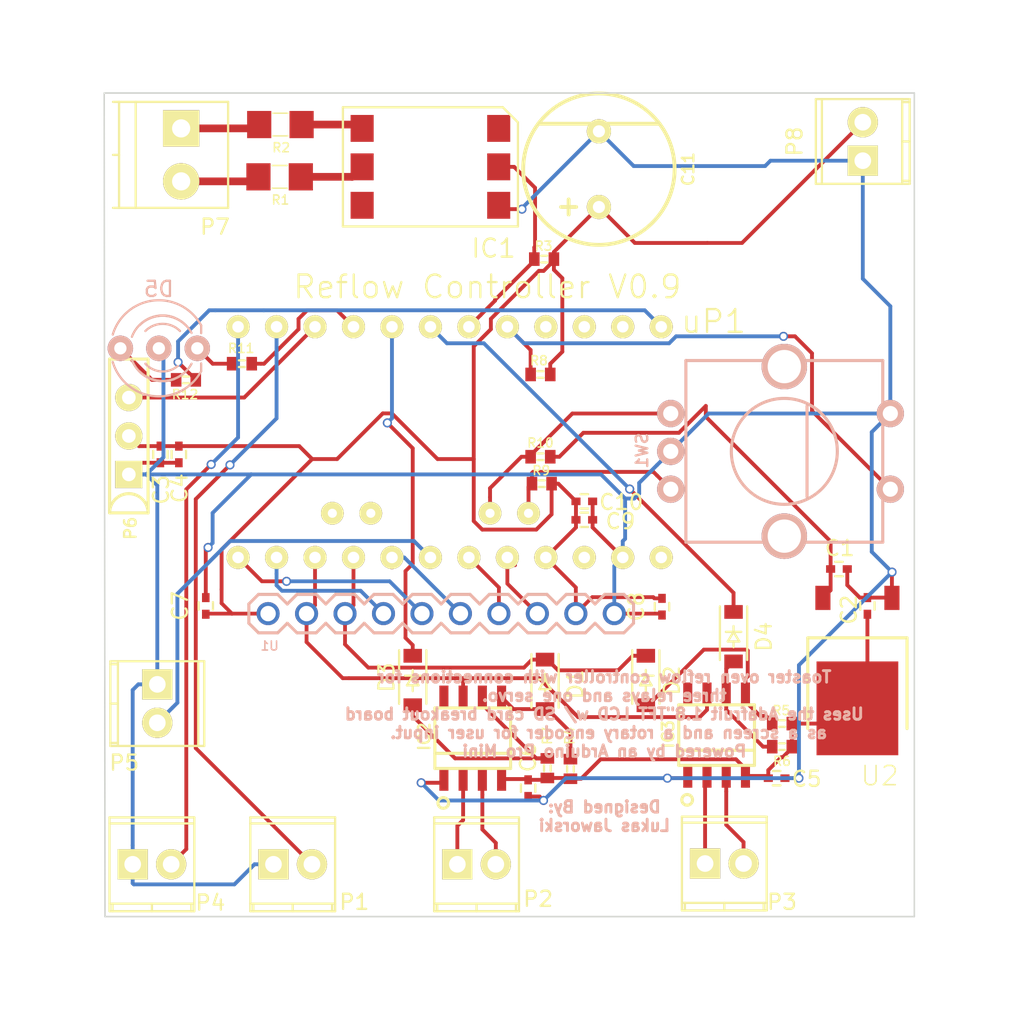
<source format=kicad_pcb>
(kicad_pcb (version 4) (host pcbnew 4.0.0-rc2-stable)

  (general
    (links 95)
    (no_connects 1)
    (area 177.50812 57.985266 235.19348 116.32148)
    (thickness 1.6)
    (drawings 9)
    (tracks 362)
    (zones 0)
    (modules 43)
    (nets 37)
  )

  (page A4)
  (layers
    (0 F.Cu signal hide)
    (31 B.Cu signal hide)
    (32 B.Adhes user)
    (33 F.Adhes user)
    (34 B.Paste user hide)
    (35 F.Paste user hide)
    (36 B.SilkS user)
    (37 F.SilkS user)
    (38 B.Mask user)
    (39 F.Mask user)
    (40 Dwgs.User user)
    (41 Cmts.User user)
    (42 Eco1.User user)
    (43 Eco2.User user)
    (44 Edge.Cuts user)
    (45 Margin user)
    (46 B.CrtYd user hide)
    (47 F.CrtYd user hide)
    (48 B.Fab user hide)
    (49 F.Fab user)
  )

  (setup
    (last_trace_width 0.25)
    (user_trace_width 0.254)
    (user_trace_width 0.381)
    (user_trace_width 0.508)
    (user_trace_width 0.762)
    (trace_clearance 0.2)
    (zone_clearance 0.508)
    (zone_45_only yes)
    (trace_min 0.2)
    (segment_width 0.2)
    (edge_width 0.1)
    (via_size 0.6)
    (via_drill 0.4)
    (via_min_size 0.4)
    (via_min_drill 0.3)
    (uvia_size 0.3)
    (uvia_drill 0.1)
    (uvias_allowed no)
    (uvia_min_size 0.2)
    (uvia_min_drill 0.1)
    (pcb_text_width 0.3)
    (pcb_text_size 1.5 1.5)
    (mod_edge_width 0.15)
    (mod_text_size 1 1)
    (mod_text_width 0.15)
    (pad_size 1.5 1.5)
    (pad_drill 0.6)
    (pad_to_mask_clearance 0)
    (aux_axis_origin 0 0)
    (visible_elements 7FFFFFFF)
    (pcbplotparams
      (layerselection 0x00030_80000001)
      (usegerberextensions false)
      (excludeedgelayer true)
      (linewidth 0.100000)
      (plotframeref false)
      (viasonmask false)
      (mode 1)
      (useauxorigin false)
      (hpglpennumber 1)
      (hpglpenspeed 20)
      (hpglpendiameter 15)
      (hpglpenoverlay 2)
      (psnegative false)
      (psa4output false)
      (plotreference true)
      (plotvalue true)
      (plotinvisibletext false)
      (padsonsilk false)
      (subtractmaskfromsilk false)
      (outputformat 1)
      (mirror false)
      (drillshape 0)
      (scaleselection 1)
      (outputdirectory ""))
  )

  (net 0 "")
  (net 1 +5V)
  (net 2 GND)
  (net 3 +3V3)
  (net 4 /SCK)
  (net 5 "Net-(D1-Pad2)")
  (net 6 "Net-(D2-Pad2)")
  (net 7 "Net-(D3-Pad2)")
  (net 8 "Net-(D4-Pad2)")
  (net 9 "Net-(IC1-Pad1)")
  (net 10 /ZEROX)
  (net 11 "Net-(IC1-Pad2)")
  (net 12 "Net-(IC2-Pad2)")
  (net 13 "Net-(IC2-Pad3)")
  (net 14 /MISO)
  (net 15 "Net-(IC3-Pad2)")
  (net 16 "Net-(IC3-Pad3)")
  (net 17 /Tp_Heater_Relay)
  (net 18 /Btm_Heater_Relay)
  (net 19 /FanRelay)
  (net 20 /Servo)
  (net 21 /Mains_Neutral)
  (net 22 /Mains_Hot)
  (net 23 /MOSI)
  (net 24 /CS_LCD)
  (net 25 /SD_CS)
  (net 26 /SW_PUSH)
  (net 27 /RotaryA)
  (net 28 /RotaryB)
  (net 29 /LCD_RESET)
  (net 30 /O_C)
  (net 31 /CS_MAX1)
  (net 32 /CS_MAX2)
  (net 33 "Net-(D5-Pad1)")
  (net 34 "Net-(D5-Pad3)")
  (net 35 /RED)
  (net 36 /GREEN)

  (net_class Default "This is the default net class."
    (clearance 0.2)
    (trace_width 0.25)
    (via_dia 0.6)
    (via_drill 0.4)
    (uvia_dia 0.3)
    (uvia_drill 0.1)
    (add_net +3V3)
    (add_net +5V)
    (add_net /Btm_Heater_Relay)
    (add_net /CS_LCD)
    (add_net /CS_MAX1)
    (add_net /CS_MAX2)
    (add_net /FanRelay)
    (add_net /GREEN)
    (add_net /LCD_RESET)
    (add_net /MISO)
    (add_net /MOSI)
    (add_net /Mains_Hot)
    (add_net /Mains_Neutral)
    (add_net /O_C)
    (add_net /RED)
    (add_net /RotaryA)
    (add_net /RotaryB)
    (add_net /SCK)
    (add_net /SD_CS)
    (add_net /SW_PUSH)
    (add_net /Servo)
    (add_net /Tp_Heater_Relay)
    (add_net /ZEROX)
    (add_net GND)
    (add_net "Net-(D1-Pad2)")
    (add_net "Net-(D2-Pad2)")
    (add_net "Net-(D3-Pad2)")
    (add_net "Net-(D4-Pad2)")
    (add_net "Net-(D5-Pad1)")
    (add_net "Net-(D5-Pad3)")
    (add_net "Net-(IC1-Pad1)")
    (add_net "Net-(IC1-Pad2)")
    (add_net "Net-(IC2-Pad2)")
    (add_net "Net-(IC2-Pad3)")
    (add_net "Net-(IC3-Pad2)")
    (add_net "Net-(IC3-Pad3)")
  )

  (module capacitor:10mm-THRU-ALUMINUM-CAP (layer F.Cu) (tedit 5787DC5F) (tstamp 5787DC29)
    (at 212.2932 64.9224 90)
    (path /57897273)
    (fp_text reference C11 (at 0 5.8928 90) (layer F.SilkS)
      (effects (font (size 0.762 0.762) (thickness 0.1524)))
    )
    (fp_text value 100uF (at 0 0 90) (layer F.SilkS) hide
      (effects (font (size 0.762 0.762) (thickness 0.1524)))
    )
    (fp_line (start 3 -4) (end 3 4) (layer F.SilkS) (width 0.254))
    (fp_line (start -2.5 -1.5) (end -2.5 -2.5) (layer F.SilkS) (width 0.254))
    (fp_line (start -3 -2) (end -2 -2) (layer F.SilkS) (width 0.254))
    (fp_circle (center 0 0) (end 5 0) (layer F.SilkS) (width 0.254))
    (pad 1 thru_hole circle (at -2.5 0 90) (size 1.6 1.6) (drill 0.8) (layers *.Cu *.Mask F.SilkS)
      (net 1 +5V))
    (pad 2 thru_hole circle (at 2.5 0 90) (size 1.6 1.6) (drill 0.8) (layers *.Cu *.Mask F.SilkS)
      (net 2 GND))
  )

  (module Capacitors_SMD:C_0402 (layer F.Cu) (tedit 5415D599) (tstamp 5787D224)
    (at 228.1428 91.3384)
    (descr "Capacitor SMD 0402, reflow soldering, AVX (see smccp.pdf)")
    (tags "capacitor 0402")
    (path /57852B6B)
    (attr smd)
    (fp_text reference C1 (at 0.0508 -1.3716) (layer F.SilkS)
      (effects (font (size 1 1) (thickness 0.15)))
    )
    (fp_text value 10uF (at 0 1.7) (layer F.Fab)
      (effects (font (size 1 1) (thickness 0.15)))
    )
    (fp_line (start -1.15 -0.6) (end 1.15 -0.6) (layer F.CrtYd) (width 0.05))
    (fp_line (start -1.15 0.6) (end 1.15 0.6) (layer F.CrtYd) (width 0.05))
    (fp_line (start -1.15 -0.6) (end -1.15 0.6) (layer F.CrtYd) (width 0.05))
    (fp_line (start 1.15 -0.6) (end 1.15 0.6) (layer F.CrtYd) (width 0.05))
    (fp_line (start 0.25 -0.475) (end -0.25 -0.475) (layer F.SilkS) (width 0.15))
    (fp_line (start -0.25 0.475) (end 0.25 0.475) (layer F.SilkS) (width 0.15))
    (pad 1 smd rect (at -0.55 0) (size 0.6 0.5) (layers F.Cu F.Paste F.Mask)
      (net 1 +5V))
    (pad 2 smd rect (at 0.55 0) (size 0.6 0.5) (layers F.Cu F.Paste F.Mask)
      (net 2 GND))
    (model Capacitors_SMD.3dshapes/C_0402.wrl
      (at (xyz 0 0 0))
      (scale (xyz 1 1 1))
      (rotate (xyz 0 0 0))
    )
  )

  (module Capacitors_SMD:C_0402 (layer F.Cu) (tedit 5415D599) (tstamp 5787D22A)
    (at 230.0224 93.7768 270)
    (descr "Capacitor SMD 0402, reflow soldering, AVX (see smccp.pdf)")
    (tags "capacitor 0402")
    (path /57852928)
    (attr smd)
    (fp_text reference C2 (at 0.254 1.2192 270) (layer F.SilkS)
      (effects (font (size 1 1) (thickness 0.15)))
    )
    (fp_text value 10uF (at 0 1.7 270) (layer F.Fab)
      (effects (font (size 1 1) (thickness 0.15)))
    )
    (fp_line (start -1.15 -0.6) (end 1.15 -0.6) (layer F.CrtYd) (width 0.05))
    (fp_line (start -1.15 0.6) (end 1.15 0.6) (layer F.CrtYd) (width 0.05))
    (fp_line (start -1.15 -0.6) (end -1.15 0.6) (layer F.CrtYd) (width 0.05))
    (fp_line (start 1.15 -0.6) (end 1.15 0.6) (layer F.CrtYd) (width 0.05))
    (fp_line (start 0.25 -0.475) (end -0.25 -0.475) (layer F.SilkS) (width 0.15))
    (fp_line (start -0.25 0.475) (end 0.25 0.475) (layer F.SilkS) (width 0.15))
    (pad 1 smd rect (at -0.55 0 270) (size 0.6 0.5) (layers F.Cu F.Paste F.Mask)
      (net 2 GND))
    (pad 2 smd rect (at 0.55 0 270) (size 0.6 0.5) (layers F.Cu F.Paste F.Mask)
      (net 3 +3V3))
    (model Capacitors_SMD.3dshapes/C_0402.wrl
      (at (xyz 0 0 0))
      (scale (xyz 1 1 1))
      (rotate (xyz 0 0 0))
    )
  )

  (module Diodes_SMD:SOD-123 (layer F.Cu) (tedit 5530FCB9) (tstamp 5787D237)
    (at 208.7372 98.9584 270)
    (descr SOD-123)
    (tags SOD-123)
    (path /5784FA4C)
    (attr smd)
    (fp_text reference D1 (at 0 -2 270) (layer F.SilkS)
      (effects (font (size 1 1) (thickness 0.15)))
    )
    (fp_text value 1N4148 (at 0 2.1 270) (layer F.Fab)
      (effects (font (size 1 1) (thickness 0.15)))
    )
    (fp_line (start 0.3175 0) (end 0.6985 0) (layer F.SilkS) (width 0.15))
    (fp_line (start -0.6985 0) (end -0.3175 0) (layer F.SilkS) (width 0.15))
    (fp_line (start -0.3175 0) (end 0.3175 -0.381) (layer F.SilkS) (width 0.15))
    (fp_line (start 0.3175 -0.381) (end 0.3175 0.381) (layer F.SilkS) (width 0.15))
    (fp_line (start 0.3175 0.381) (end -0.3175 0) (layer F.SilkS) (width 0.15))
    (fp_line (start -0.3175 -0.508) (end -0.3175 0.508) (layer F.SilkS) (width 0.15))
    (fp_line (start -2.25 -1.05) (end 2.25 -1.05) (layer F.CrtYd) (width 0.05))
    (fp_line (start 2.25 -1.05) (end 2.25 1.05) (layer F.CrtYd) (width 0.05))
    (fp_line (start 2.25 1.05) (end -2.25 1.05) (layer F.CrtYd) (width 0.05))
    (fp_line (start -2.25 -1.05) (end -2.25 1.05) (layer F.CrtYd) (width 0.05))
    (fp_line (start -2 0.9) (end 1.54 0.9) (layer F.SilkS) (width 0.15))
    (fp_line (start -2 -0.9) (end 1.54 -0.9) (layer F.SilkS) (width 0.15))
    (pad 1 smd rect (at -1.635 0 270) (size 0.91 1.22) (layers F.Cu F.Paste F.Mask)
      (net 4 /SCK))
    (pad 2 smd rect (at 1.635 0 270) (size 0.91 1.22) (layers F.Cu F.Paste F.Mask)
      (net 5 "Net-(D1-Pad2)"))
  )

  (module Diodes_SMD:SOD-123 (layer F.Cu) (tedit 5530FCB9) (tstamp 5787D23D)
    (at 215.392 98.7044 270)
    (descr SOD-123)
    (tags SOD-123)
    (path /5784F93E)
    (attr smd)
    (fp_text reference D2 (at 0 -1.7272 270) (layer F.SilkS)
      (effects (font (size 1 1) (thickness 0.15)))
    )
    (fp_text value 1N4148 (at 0 2.1 270) (layer F.Fab)
      (effects (font (size 1 1) (thickness 0.15)))
    )
    (fp_line (start 0.3175 0) (end 0.6985 0) (layer F.SilkS) (width 0.15))
    (fp_line (start -0.6985 0) (end -0.3175 0) (layer F.SilkS) (width 0.15))
    (fp_line (start -0.3175 0) (end 0.3175 -0.381) (layer F.SilkS) (width 0.15))
    (fp_line (start 0.3175 -0.381) (end 0.3175 0.381) (layer F.SilkS) (width 0.15))
    (fp_line (start 0.3175 0.381) (end -0.3175 0) (layer F.SilkS) (width 0.15))
    (fp_line (start -0.3175 -0.508) (end -0.3175 0.508) (layer F.SilkS) (width 0.15))
    (fp_line (start -2.25 -1.05) (end 2.25 -1.05) (layer F.CrtYd) (width 0.05))
    (fp_line (start 2.25 -1.05) (end 2.25 1.05) (layer F.CrtYd) (width 0.05))
    (fp_line (start 2.25 1.05) (end -2.25 1.05) (layer F.CrtYd) (width 0.05))
    (fp_line (start -2.25 -1.05) (end -2.25 1.05) (layer F.CrtYd) (width 0.05))
    (fp_line (start -2 0.9) (end 1.54 0.9) (layer F.SilkS) (width 0.15))
    (fp_line (start -2 -0.9) (end 1.54 -0.9) (layer F.SilkS) (width 0.15))
    (pad 1 smd rect (at -1.635 0 270) (size 0.91 1.22) (layers F.Cu F.Paste F.Mask)
      (net 4 /SCK))
    (pad 2 smd rect (at 1.635 0 270) (size 0.91 1.22) (layers F.Cu F.Paste F.Mask)
      (net 6 "Net-(D2-Pad2)"))
  )

  (module Diodes_SMD:SOD-123 (layer F.Cu) (tedit 5530FCB9) (tstamp 5787D243)
    (at 199.9996 98.7044 270)
    (descr SOD-123)
    (tags SOD-123)
    (path /5784F9D1)
    (attr smd)
    (fp_text reference D3 (at -0.2032 1.7272 270) (layer F.SilkS)
      (effects (font (size 1 1) (thickness 0.15)))
    )
    (fp_text value 1N4148 (at 0 2.1 270) (layer F.Fab)
      (effects (font (size 1 1) (thickness 0.15)))
    )
    (fp_line (start 0.3175 0) (end 0.6985 0) (layer F.SilkS) (width 0.15))
    (fp_line (start -0.6985 0) (end -0.3175 0) (layer F.SilkS) (width 0.15))
    (fp_line (start -0.3175 0) (end 0.3175 -0.381) (layer F.SilkS) (width 0.15))
    (fp_line (start 0.3175 -0.381) (end 0.3175 0.381) (layer F.SilkS) (width 0.15))
    (fp_line (start 0.3175 0.381) (end -0.3175 0) (layer F.SilkS) (width 0.15))
    (fp_line (start -0.3175 -0.508) (end -0.3175 0.508) (layer F.SilkS) (width 0.15))
    (fp_line (start -2.25 -1.05) (end 2.25 -1.05) (layer F.CrtYd) (width 0.05))
    (fp_line (start 2.25 -1.05) (end 2.25 1.05) (layer F.CrtYd) (width 0.05))
    (fp_line (start 2.25 1.05) (end -2.25 1.05) (layer F.CrtYd) (width 0.05))
    (fp_line (start -2.25 -1.05) (end -2.25 1.05) (layer F.CrtYd) (width 0.05))
    (fp_line (start -2 0.9) (end 1.54 0.9) (layer F.SilkS) (width 0.15))
    (fp_line (start -2 -0.9) (end 1.54 -0.9) (layer F.SilkS) (width 0.15))
    (pad 1 smd rect (at -1.635 0 270) (size 0.91 1.22) (layers F.Cu F.Paste F.Mask)
      (net 31 /CS_MAX1))
    (pad 2 smd rect (at 1.635 0 270) (size 0.91 1.22) (layers F.Cu F.Paste F.Mask)
      (net 7 "Net-(D3-Pad2)"))
  )

  (module Diodes_SMD:SOD-123 (layer F.Cu) (tedit 5530FCB9) (tstamp 5787D249)
    (at 221.1832 95.8088 270)
    (descr SOD-123)
    (tags SOD-123)
    (path /5784F89D)
    (attr smd)
    (fp_text reference D4 (at 0 -2 270) (layer F.SilkS)
      (effects (font (size 1 1) (thickness 0.15)))
    )
    (fp_text value 1N4148 (at 0 2.1 270) (layer F.Fab)
      (effects (font (size 1 1) (thickness 0.15)))
    )
    (fp_line (start 0.3175 0) (end 0.6985 0) (layer F.SilkS) (width 0.15))
    (fp_line (start -0.6985 0) (end -0.3175 0) (layer F.SilkS) (width 0.15))
    (fp_line (start -0.3175 0) (end 0.3175 -0.381) (layer F.SilkS) (width 0.15))
    (fp_line (start 0.3175 -0.381) (end 0.3175 0.381) (layer F.SilkS) (width 0.15))
    (fp_line (start 0.3175 0.381) (end -0.3175 0) (layer F.SilkS) (width 0.15))
    (fp_line (start -0.3175 -0.508) (end -0.3175 0.508) (layer F.SilkS) (width 0.15))
    (fp_line (start -2.25 -1.05) (end 2.25 -1.05) (layer F.CrtYd) (width 0.05))
    (fp_line (start 2.25 -1.05) (end 2.25 1.05) (layer F.CrtYd) (width 0.05))
    (fp_line (start 2.25 1.05) (end -2.25 1.05) (layer F.CrtYd) (width 0.05))
    (fp_line (start -2.25 -1.05) (end -2.25 1.05) (layer F.CrtYd) (width 0.05))
    (fp_line (start -2 0.9) (end 1.54 0.9) (layer F.SilkS) (width 0.15))
    (fp_line (start -2 -0.9) (end 1.54 -0.9) (layer F.SilkS) (width 0.15))
    (pad 1 smd rect (at -1.635 0 270) (size 0.91 1.22) (layers F.Cu F.Paste F.Mask)
      (net 32 /CS_MAX2))
    (pad 2 smd rect (at 1.635 0 270) (size 0.91 1.22) (layers F.Cu F.Paste F.Mask)
      (net 8 "Net-(D4-Pad2)"))
  )

  (module soic:SOIC-6 (layer F.Cu) (tedit 5787DC7A) (tstamp 5787D253)
    (at 201.168 64.77 270)
    (path /57846CF4)
    (fp_text reference IC1 (at 5.3848 -4.1656 360) (layer F.SilkS)
      (effects (font (size 1.2 1.2) (thickness 0.15)))
    )
    (fp_text value H11AA1 (at 0 0 270) (layer F.Fab)
      (effects (font (size 1.2 1.2) (thickness 0.15)))
    )
    (fp_line (start -2.937 -5.7785) (end -3.937 -4.7785) (layer F.SilkS) (width 0.15))
    (fp_line (start -3.937 -4.7785) (end -3.937 5.7785) (layer F.SilkS) (width 0.15))
    (fp_line (start -3.937 5.7785) (end 3.937 5.7785) (layer F.SilkS) (width 0.15))
    (fp_line (start 3.937 5.7785) (end 3.937 -5.7785) (layer F.SilkS) (width 0.15))
    (fp_line (start 3.937 -5.7785) (end -2.937 -5.7785) (layer F.SilkS) (width 0.15))
    (pad 6 smd rect (at -2.54 -4.5085 270) (size 1.778 1.524) (layers F.Cu F.Paste F.Mask))
    (pad 1 smd rect (at -2.54 4.5085 270) (size 1.778 1.524) (layers F.Cu F.Paste F.Mask)
      (net 9 "Net-(IC1-Pad1)"))
    (pad 5 smd rect (at 0 -4.5085 270) (size 1.778 1.524) (layers F.Cu F.Paste F.Mask)
      (net 10 /ZEROX))
    (pad 2 smd rect (at 0 4.5085 270) (size 1.778 1.524) (layers F.Cu F.Paste F.Mask)
      (net 11 "Net-(IC1-Pad2)"))
    (pad 4 smd rect (at 2.54 -4.5085 270) (size 1.778 1.524) (layers F.Cu F.Paste F.Mask)
      (net 2 GND))
    (pad 3 smd rect (at 2.54 4.5085 270) (size 1.778 1.524) (layers F.Cu F.Paste F.Mask))
  )

  (module soic:SOIC8 (layer F.Cu) (tedit 0) (tstamp 5787D25F)
    (at 203.962 102.5144 90)
    (path /56F2EEAF)
    (solder_mask_margin 0.0762)
    (solder_paste_margin -0.0254)
    (attr smd)
    (fp_text reference IC2 (at 0.1016 -3.2004 90) (layer F.SilkS)
      (effects (font (size 0.762 0.762) (thickness 0.1524)))
    )
    (fp_text value MAX31855 (at 0 0 90) (layer F.SilkS) hide
      (effects (font (size 0.762 0.762) (thickness 0.1524)))
    )
    (fp_line (start -1 -2.5) (end -1 2.5) (layer F.SilkS) (width 0.2032))
    (fp_line (start -2 -2.5) (end -2 2.5) (layer F.SilkS) (width 0.2032))
    (fp_line (start -2 2.5) (end 2 2.5) (layer F.SilkS) (width 0.2032))
    (fp_line (start 2 2.5) (end 2 -2.5) (layer F.SilkS) (width 0.2032))
    (fp_line (start 2 -2.5) (end -2 -2.5) (layer F.SilkS) (width 0.2032))
    (fp_circle (center -4.278 -1.944) (end -4.028 -1.694) (layer F.SilkS) (width 0.2032))
    (pad 1 smd rect (at -2.7 -1.905 90) (size 1.55 0.6) (layers F.Cu F.Paste F.Mask)
      (net 2 GND))
    (pad 2 smd rect (at -2.7 -0.635 90) (size 1.55 0.6) (layers F.Cu F.Paste F.Mask)
      (net 12 "Net-(IC2-Pad2)"))
    (pad 3 smd rect (at -2.7 0.635 90) (size 1.55 0.6) (layers F.Cu F.Paste F.Mask)
      (net 13 "Net-(IC2-Pad3)"))
    (pad 4 smd rect (at -2.7 1.905 90) (size 1.55 0.6) (layers F.Cu F.Paste F.Mask)
      (net 3 +3V3))
    (pad 5 smd rect (at 2.7 1.905 90) (size 1.55 0.6) (layers F.Cu F.Paste F.Mask)
      (net 5 "Net-(D1-Pad2)"))
    (pad 6 smd rect (at 2.7 0.635 90) (size 1.55 0.6) (layers F.Cu F.Paste F.Mask)
      (net 7 "Net-(D3-Pad2)"))
    (pad 7 smd rect (at 2.7 -0.635 90) (size 1.55 0.6) (layers F.Cu F.Paste F.Mask)
      (net 14 /MISO))
    (pad 8 smd rect (at 2.7 -1.905 90) (size 1.55 0.6) (layers F.Cu F.Paste F.Mask))
  )

  (module soic:SOIC8 (layer F.Cu) (tedit 0) (tstamp 5787D26B)
    (at 220.0656 102.3112 90)
    (path /5784D1D8)
    (solder_mask_margin 0.0762)
    (solder_paste_margin -0.0254)
    (attr smd)
    (fp_text reference IC3 (at 0.0508 -3.2004 90) (layer F.SilkS)
      (effects (font (size 0.762 0.762) (thickness 0.1524)))
    )
    (fp_text value MAX31855 (at 0 0 90) (layer F.SilkS) hide
      (effects (font (size 0.762 0.762) (thickness 0.1524)))
    )
    (fp_line (start -1 -2.5) (end -1 2.5) (layer F.SilkS) (width 0.2032))
    (fp_line (start -2 -2.5) (end -2 2.5) (layer F.SilkS) (width 0.2032))
    (fp_line (start -2 2.5) (end 2 2.5) (layer F.SilkS) (width 0.2032))
    (fp_line (start 2 2.5) (end 2 -2.5) (layer F.SilkS) (width 0.2032))
    (fp_line (start 2 -2.5) (end -2 -2.5) (layer F.SilkS) (width 0.2032))
    (fp_circle (center -4.278 -1.944) (end -4.028 -1.694) (layer F.SilkS) (width 0.2032))
    (pad 1 smd rect (at -2.7 -1.905 90) (size 1.55 0.6) (layers F.Cu F.Paste F.Mask)
      (net 2 GND))
    (pad 2 smd rect (at -2.7 -0.635 90) (size 1.55 0.6) (layers F.Cu F.Paste F.Mask)
      (net 15 "Net-(IC3-Pad2)"))
    (pad 3 smd rect (at -2.7 0.635 90) (size 1.55 0.6) (layers F.Cu F.Paste F.Mask)
      (net 16 "Net-(IC3-Pad3)"))
    (pad 4 smd rect (at -2.7 1.905 90) (size 1.55 0.6) (layers F.Cu F.Paste F.Mask)
      (net 3 +3V3))
    (pad 5 smd rect (at 2.7 1.905 90) (size 1.55 0.6) (layers F.Cu F.Paste F.Mask)
      (net 6 "Net-(D2-Pad2)"))
    (pad 6 smd rect (at 2.7 0.635 90) (size 1.55 0.6) (layers F.Cu F.Paste F.Mask)
      (net 8 "Net-(D4-Pad2)"))
    (pad 7 smd rect (at 2.7 -0.635 90) (size 1.55 0.6) (layers F.Cu F.Paste F.Mask)
      (net 14 /MISO))
    (pad 8 smd rect (at 2.7 -1.905 90) (size 1.55 0.6) (layers F.Cu F.Paste F.Mask))
  )

  (module Terminal_Blocks:TerminalBlock_Pheonix_MPT-2.54mm_2pol (layer F.Cu) (tedit 0) (tstamp 5787D271)
    (at 190.8048 110.8456)
    (descr "2-way 2.54mm pitch terminal block, Phoenix MPT series")
    (path /5784E906)
    (fp_text reference P1 (at 5.334 2.4892) (layer F.SilkS)
      (effects (font (size 1 1) (thickness 0.15)))
    )
    (fp_text value CONN_01X02 (at 1.27 4.50088) (layer F.Fab)
      (effects (font (size 1 1) (thickness 0.15)))
    )
    (fp_line (start -1.7 -3.3) (end 4.3 -3.3) (layer F.CrtYd) (width 0.05))
    (fp_line (start -1.7 3.3) (end -1.7 -3.3) (layer F.CrtYd) (width 0.05))
    (fp_line (start 4.3 3.3) (end -1.7 3.3) (layer F.CrtYd) (width 0.05))
    (fp_line (start 4.3 -3.3) (end 4.3 3.3) (layer F.CrtYd) (width 0.05))
    (fp_line (start 4.06908 2.60096) (end -1.52908 2.60096) (layer F.SilkS) (width 0.15))
    (fp_line (start -1.33096 3.0988) (end -1.33096 2.60096) (layer F.SilkS) (width 0.15))
    (fp_line (start 3.87096 2.60096) (end 3.87096 3.0988) (layer F.SilkS) (width 0.15))
    (fp_line (start 1.27 3.0988) (end 1.27 2.60096) (layer F.SilkS) (width 0.15))
    (fp_line (start -1.52908 -2.70002) (end 4.06908 -2.70002) (layer F.SilkS) (width 0.15))
    (fp_line (start -1.52908 3.0988) (end 4.06908 3.0988) (layer F.SilkS) (width 0.15))
    (fp_line (start 4.06908 3.0988) (end 4.06908 -3.0988) (layer F.SilkS) (width 0.15))
    (fp_line (start 4.06908 -3.0988) (end -1.52908 -3.0988) (layer F.SilkS) (width 0.15))
    (fp_line (start -1.52908 -3.0988) (end -1.52908 3.0988) (layer F.SilkS) (width 0.15))
    (pad 2 thru_hole oval (at 2.54 0) (size 1.99898 1.99898) (drill 1.09728) (layers *.Cu *.Mask F.SilkS)
      (net 17 /Tp_Heater_Relay))
    (pad 1 thru_hole rect (at 0 0) (size 1.99898 1.99898) (drill 1.09728) (layers *.Cu *.Mask F.SilkS)
      (net 2 GND))
    (model Terminal_Blocks.3dshapes/TerminalBlock_Pheonix_MPT-2.54mm_2pol.wrl
      (at (xyz 0.05 0 0))
      (scale (xyz 1 1 1))
      (rotate (xyz 0 0 0))
    )
  )

  (module Terminal_Blocks:TerminalBlock_Pheonix_MPT-2.54mm_2pol (layer F.Cu) (tedit 0) (tstamp 5787D277)
    (at 202.946 110.8456)
    (descr "2-way 2.54mm pitch terminal block, Phoenix MPT series")
    (path /56F2F121)
    (fp_text reference P2 (at 5.334 2.286) (layer F.SilkS)
      (effects (font (size 1 1) (thickness 0.15)))
    )
    (fp_text value CONN_01X02 (at 1.27 4.50088) (layer F.Fab)
      (effects (font (size 1 1) (thickness 0.15)))
    )
    (fp_line (start -1.7 -3.3) (end 4.3 -3.3) (layer F.CrtYd) (width 0.05))
    (fp_line (start -1.7 3.3) (end -1.7 -3.3) (layer F.CrtYd) (width 0.05))
    (fp_line (start 4.3 3.3) (end -1.7 3.3) (layer F.CrtYd) (width 0.05))
    (fp_line (start 4.3 -3.3) (end 4.3 3.3) (layer F.CrtYd) (width 0.05))
    (fp_line (start 4.06908 2.60096) (end -1.52908 2.60096) (layer F.SilkS) (width 0.15))
    (fp_line (start -1.33096 3.0988) (end -1.33096 2.60096) (layer F.SilkS) (width 0.15))
    (fp_line (start 3.87096 2.60096) (end 3.87096 3.0988) (layer F.SilkS) (width 0.15))
    (fp_line (start 1.27 3.0988) (end 1.27 2.60096) (layer F.SilkS) (width 0.15))
    (fp_line (start -1.52908 -2.70002) (end 4.06908 -2.70002) (layer F.SilkS) (width 0.15))
    (fp_line (start -1.52908 3.0988) (end 4.06908 3.0988) (layer F.SilkS) (width 0.15))
    (fp_line (start 4.06908 3.0988) (end 4.06908 -3.0988) (layer F.SilkS) (width 0.15))
    (fp_line (start 4.06908 -3.0988) (end -1.52908 -3.0988) (layer F.SilkS) (width 0.15))
    (fp_line (start -1.52908 -3.0988) (end -1.52908 3.0988) (layer F.SilkS) (width 0.15))
    (pad 2 thru_hole oval (at 2.54 0) (size 1.99898 1.99898) (drill 1.09728) (layers *.Cu *.Mask F.SilkS)
      (net 13 "Net-(IC2-Pad3)"))
    (pad 1 thru_hole rect (at 0 0) (size 1.99898 1.99898) (drill 1.09728) (layers *.Cu *.Mask F.SilkS)
      (net 12 "Net-(IC2-Pad2)"))
    (model Terminal_Blocks.3dshapes/TerminalBlock_Pheonix_MPT-2.54mm_2pol.wrl
      (at (xyz 0.05 0 0))
      (scale (xyz 1 1 1))
      (rotate (xyz 0 0 0))
    )
  )

  (module Terminal_Blocks:TerminalBlock_Pheonix_MPT-2.54mm_2pol (layer F.Cu) (tedit 0) (tstamp 5787D27D)
    (at 219.3036 110.7948)
    (descr "2-way 2.54mm pitch terminal block, Phoenix MPT series")
    (path /56F2F1E0)
    (fp_text reference P3 (at 5.08 2.54) (layer F.SilkS)
      (effects (font (size 1 1) (thickness 0.15)))
    )
    (fp_text value CONN_01X02 (at 1.27 4.50088) (layer F.Fab)
      (effects (font (size 1 1) (thickness 0.15)))
    )
    (fp_line (start -1.7 -3.3) (end 4.3 -3.3) (layer F.CrtYd) (width 0.05))
    (fp_line (start -1.7 3.3) (end -1.7 -3.3) (layer F.CrtYd) (width 0.05))
    (fp_line (start 4.3 3.3) (end -1.7 3.3) (layer F.CrtYd) (width 0.05))
    (fp_line (start 4.3 -3.3) (end 4.3 3.3) (layer F.CrtYd) (width 0.05))
    (fp_line (start 4.06908 2.60096) (end -1.52908 2.60096) (layer F.SilkS) (width 0.15))
    (fp_line (start -1.33096 3.0988) (end -1.33096 2.60096) (layer F.SilkS) (width 0.15))
    (fp_line (start 3.87096 2.60096) (end 3.87096 3.0988) (layer F.SilkS) (width 0.15))
    (fp_line (start 1.27 3.0988) (end 1.27 2.60096) (layer F.SilkS) (width 0.15))
    (fp_line (start -1.52908 -2.70002) (end 4.06908 -2.70002) (layer F.SilkS) (width 0.15))
    (fp_line (start -1.52908 3.0988) (end 4.06908 3.0988) (layer F.SilkS) (width 0.15))
    (fp_line (start 4.06908 3.0988) (end 4.06908 -3.0988) (layer F.SilkS) (width 0.15))
    (fp_line (start 4.06908 -3.0988) (end -1.52908 -3.0988) (layer F.SilkS) (width 0.15))
    (fp_line (start -1.52908 -3.0988) (end -1.52908 3.0988) (layer F.SilkS) (width 0.15))
    (pad 2 thru_hole oval (at 2.54 0) (size 1.99898 1.99898) (drill 1.09728) (layers *.Cu *.Mask F.SilkS)
      (net 16 "Net-(IC3-Pad3)"))
    (pad 1 thru_hole rect (at 0 0) (size 1.99898 1.99898) (drill 1.09728) (layers *.Cu *.Mask F.SilkS)
      (net 15 "Net-(IC3-Pad2)"))
    (model Terminal_Blocks.3dshapes/TerminalBlock_Pheonix_MPT-2.54mm_2pol.wrl
      (at (xyz 0.05 0 0))
      (scale (xyz 1 1 1))
      (rotate (xyz 0 0 0))
    )
  )

  (module Terminal_Blocks:TerminalBlock_Pheonix_MPT-2.54mm_2pol (layer F.Cu) (tedit 0) (tstamp 5787D283)
    (at 181.5084 110.8456)
    (descr "2-way 2.54mm pitch terminal block, Phoenix MPT series")
    (path /5784E95F)
    (fp_text reference P4 (at 5.1308 2.54) (layer F.SilkS)
      (effects (font (size 1 1) (thickness 0.15)))
    )
    (fp_text value CONN_01X02 (at 1.27 4.50088) (layer F.Fab)
      (effects (font (size 1 1) (thickness 0.15)))
    )
    (fp_line (start -1.7 -3.3) (end 4.3 -3.3) (layer F.CrtYd) (width 0.05))
    (fp_line (start -1.7 3.3) (end -1.7 -3.3) (layer F.CrtYd) (width 0.05))
    (fp_line (start 4.3 3.3) (end -1.7 3.3) (layer F.CrtYd) (width 0.05))
    (fp_line (start 4.3 -3.3) (end 4.3 3.3) (layer F.CrtYd) (width 0.05))
    (fp_line (start 4.06908 2.60096) (end -1.52908 2.60096) (layer F.SilkS) (width 0.15))
    (fp_line (start -1.33096 3.0988) (end -1.33096 2.60096) (layer F.SilkS) (width 0.15))
    (fp_line (start 3.87096 2.60096) (end 3.87096 3.0988) (layer F.SilkS) (width 0.15))
    (fp_line (start 1.27 3.0988) (end 1.27 2.60096) (layer F.SilkS) (width 0.15))
    (fp_line (start -1.52908 -2.70002) (end 4.06908 -2.70002) (layer F.SilkS) (width 0.15))
    (fp_line (start -1.52908 3.0988) (end 4.06908 3.0988) (layer F.SilkS) (width 0.15))
    (fp_line (start 4.06908 3.0988) (end 4.06908 -3.0988) (layer F.SilkS) (width 0.15))
    (fp_line (start 4.06908 -3.0988) (end -1.52908 -3.0988) (layer F.SilkS) (width 0.15))
    (fp_line (start -1.52908 -3.0988) (end -1.52908 3.0988) (layer F.SilkS) (width 0.15))
    (pad 2 thru_hole oval (at 2.54 0) (size 1.99898 1.99898) (drill 1.09728) (layers *.Cu *.Mask F.SilkS)
      (net 18 /Btm_Heater_Relay))
    (pad 1 thru_hole rect (at 0 0) (size 1.99898 1.99898) (drill 1.09728) (layers *.Cu *.Mask F.SilkS)
      (net 2 GND))
    (model Terminal_Blocks.3dshapes/TerminalBlock_Pheonix_MPT-2.54mm_2pol.wrl
      (at (xyz 0.05 0 0))
      (scale (xyz 1 1 1))
      (rotate (xyz 0 0 0))
    )
  )

  (module Terminal_Blocks:TerminalBlock_Pheonix_MPT-2.54mm_2pol (layer F.Cu) (tedit 0) (tstamp 5787D289)
    (at 183.134 98.9584 270)
    (descr "2-way 2.54mm pitch terminal block, Phoenix MPT series")
    (path /5784E9AC)
    (fp_text reference P5 (at 5.1816 2.1844 360) (layer F.SilkS)
      (effects (font (size 1 1) (thickness 0.15)))
    )
    (fp_text value CONN_01X02 (at 1.27 4.50088 270) (layer F.Fab)
      (effects (font (size 1 1) (thickness 0.15)))
    )
    (fp_line (start -1.7 -3.3) (end 4.3 -3.3) (layer F.CrtYd) (width 0.05))
    (fp_line (start -1.7 3.3) (end -1.7 -3.3) (layer F.CrtYd) (width 0.05))
    (fp_line (start 4.3 3.3) (end -1.7 3.3) (layer F.CrtYd) (width 0.05))
    (fp_line (start 4.3 -3.3) (end 4.3 3.3) (layer F.CrtYd) (width 0.05))
    (fp_line (start 4.06908 2.60096) (end -1.52908 2.60096) (layer F.SilkS) (width 0.15))
    (fp_line (start -1.33096 3.0988) (end -1.33096 2.60096) (layer F.SilkS) (width 0.15))
    (fp_line (start 3.87096 2.60096) (end 3.87096 3.0988) (layer F.SilkS) (width 0.15))
    (fp_line (start 1.27 3.0988) (end 1.27 2.60096) (layer F.SilkS) (width 0.15))
    (fp_line (start -1.52908 -2.70002) (end 4.06908 -2.70002) (layer F.SilkS) (width 0.15))
    (fp_line (start -1.52908 3.0988) (end 4.06908 3.0988) (layer F.SilkS) (width 0.15))
    (fp_line (start 4.06908 3.0988) (end 4.06908 -3.0988) (layer F.SilkS) (width 0.15))
    (fp_line (start 4.06908 -3.0988) (end -1.52908 -3.0988) (layer F.SilkS) (width 0.15))
    (fp_line (start -1.52908 -3.0988) (end -1.52908 3.0988) (layer F.SilkS) (width 0.15))
    (pad 2 thru_hole oval (at 2.54 0 270) (size 1.99898 1.99898) (drill 1.09728) (layers *.Cu *.Mask F.SilkS)
      (net 19 /FanRelay))
    (pad 1 thru_hole rect (at 0 0 270) (size 1.99898 1.99898) (drill 1.09728) (layers *.Cu *.Mask F.SilkS)
      (net 2 GND))
    (model Terminal_Blocks.3dshapes/TerminalBlock_Pheonix_MPT-2.54mm_2pol.wrl
      (at (xyz 0.05 0 0))
      (scale (xyz 1 1 1))
      (rotate (xyz 0 0 0))
    )
  )

  (module sip:SIP3 (layer F.Cu) (tedit 0) (tstamp 5787D290)
    (at 181.2544 82.55 90)
    (path /5784EA49)
    (fp_text reference P6 (at -6.096 0.1016 90) (layer F.SilkS)
      (effects (font (size 0.762 0.762) (thickness 0.1524)))
    )
    (fp_text value CONN_01X03 (at 0 0 90) (layer F.SilkS) hide
      (effects (font (size 0.762 0.762) (thickness 0.1524)))
    )
    (fp_line (start 5.08 1.27) (end -5.08 1.27) (layer F.SilkS) (width 0.2032))
    (fp_line (start -5.08 -1.27) (end 5.08 -1.27) (layer F.SilkS) (width 0.2032))
    (fp_line (start 5.08 -1.27) (end 5.08 1.27) (layer F.SilkS) (width 0.2032))
    (fp_arc (start -5.08 0) (end -5.08 -1.27) (angle 90) (layer F.SilkS) (width 0.2032))
    (fp_arc (start -5.08 0) (end -3.81 0) (angle 90) (layer F.SilkS) (width 0.2032))
    (fp_line (start -5.08 -1.27) (end -5.08 1.27) (layer F.SilkS) (width 0.2032))
    (pad 3 thru_hole circle (at 2.54 0 90) (size 1.8 1.8) (drill 0.9) (layers *.Cu *.Mask F.SilkS)
      (net 20 /Servo))
    (pad 1 thru_hole rect (at -2.54 0 90) (size 1.8 1.8) (drill 0.9) (layers *.Cu *.Mask F.SilkS)
      (net 2 GND))
    (pad 2 thru_hole circle (at 0 0 90) (size 1.8 1.8) (drill 0.9) (layers *.Cu *.Mask F.SilkS)
      (net 1 +5V))
  )

  (module Terminal_Blocks:TerminalBlock_Pheonix_PT-3.5mm_2pol (layer F.Cu) (tedit 5787DC80) (tstamp 5787D296)
    (at 184.7088 62.23 270)
    (descr "2-way 3.5mm pitch terminal block, Phoenix PT series")
    (path /56F896B7)
    (fp_text reference P7 (at 6.5024 -2.2352 360) (layer F.SilkS)
      (effects (font (size 1 1) (thickness 0.15)))
    )
    (fp_text value CONN_01X02 (at 1.75 6 270) (layer F.Fab)
      (effects (font (size 1 1) (thickness 0.15)))
    )
    (fp_line (start -1.9 -3.3) (end 5.4 -3.3) (layer F.CrtYd) (width 0.05))
    (fp_line (start -1.9 4.7) (end -1.9 -3.3) (layer F.CrtYd) (width 0.05))
    (fp_line (start 5.4 4.7) (end -1.9 4.7) (layer F.CrtYd) (width 0.05))
    (fp_line (start 5.4 -3.3) (end 5.4 4.7) (layer F.CrtYd) (width 0.05))
    (fp_line (start 1.75 4.1) (end 1.75 4.5) (layer F.SilkS) (width 0.15))
    (fp_line (start -1.75 3) (end 5.25 3) (layer F.SilkS) (width 0.15))
    (fp_line (start -1.75 4.1) (end 5.25 4.1) (layer F.SilkS) (width 0.15))
    (fp_line (start -1.75 -3.1) (end -1.75 4.5) (layer F.SilkS) (width 0.15))
    (fp_line (start 5.25 4.5) (end 5.25 -3.1) (layer F.SilkS) (width 0.15))
    (fp_line (start 5.25 -3.1) (end -1.75 -3.1) (layer F.SilkS) (width 0.15))
    (pad 2 thru_hole circle (at 3.5 0 270) (size 2.4 2.4) (drill 1.2) (layers *.Cu *.Mask F.SilkS)
      (net 21 /Mains_Neutral))
    (pad 1 thru_hole rect (at 0 0 270) (size 2.4 2.4) (drill 1.2) (layers *.Cu *.Mask F.SilkS)
      (net 22 /Mains_Hot))
    (model Terminal_Blocks.3dshapes/TerminalBlock_Pheonix_PT-3.5mm_2pol.wrl
      (at (xyz 0 0 0))
      (scale (xyz 1 1 1))
      (rotate (xyz 0 0 0))
    )
  )

  (module freetronics_footprints:1206 (layer F.Cu) (tedit 578D1AFC) (tstamp 5787D29C)
    (at 191.2112 65.4304 180)
    (path /56F8A17B)
    (fp_text reference R1 (at -0.0508 -1.524 180) (layer F.SilkS)
      (effects (font (size 0.6 0.6) (thickness 0.1)))
    )
    (fp_text value 15K (at 0 1.4 180) (layer Eco1.User) hide
      (effects (font (size 0.6 0.6) (thickness 0.1)))
    )
    (fp_line (start -2.47142 -0.98298) (end 2.47142 -0.98298) (layer Dwgs.User) (width 0.0508))
    (fp_line (start 2.47142 0.98298) (end -2.47142 0.98298) (layer Dwgs.User) (width 0.0508))
    (fp_line (start -2.47142 0.98298) (end -2.47142 -0.98298) (layer Dwgs.User) (width 0.0508))
    (fp_line (start 2.47142 -0.98298) (end 2.47142 0.98298) (layer Dwgs.User) (width 0.0508))
    (fp_line (start -0.5 -0.75) (end 0.5 -0.75) (layer F.SilkS) (width 0.1))
    (fp_line (start -0.5 0.75) (end 0.5 0.75) (layer F.SilkS) (width 0.1))
    (pad 1 smd rect (at -1.39954 0 180) (size 1.59766 1.79832) (layers F.Cu F.Paste F.Mask)
      (net 11 "Net-(IC1-Pad2)"))
    (pad 2 smd rect (at 1.39954 0 180) (size 1.59766 1.79832) (layers F.Cu F.Paste F.Mask)
      (net 21 /Mains_Neutral))
  )

  (module freetronics_footprints:1206 (layer F.Cu) (tedit 578D1AF8) (tstamp 5787D2A2)
    (at 191.262 61.976 180)
    (path /56F89F00)
    (fp_text reference R2 (at -0.0508 -1.524 180) (layer F.SilkS)
      (effects (font (size 0.6 0.6) (thickness 0.1)))
    )
    (fp_text value 15K (at 0 1.4 180) (layer Eco1.User) hide
      (effects (font (size 0.6 0.6) (thickness 0.1)))
    )
    (fp_line (start -2.47142 -0.98298) (end 2.47142 -0.98298) (layer Dwgs.User) (width 0.0508))
    (fp_line (start 2.47142 0.98298) (end -2.47142 0.98298) (layer Dwgs.User) (width 0.0508))
    (fp_line (start -2.47142 0.98298) (end -2.47142 -0.98298) (layer Dwgs.User) (width 0.0508))
    (fp_line (start 2.47142 -0.98298) (end 2.47142 0.98298) (layer Dwgs.User) (width 0.0508))
    (fp_line (start -0.5 -0.75) (end 0.5 -0.75) (layer F.SilkS) (width 0.1))
    (fp_line (start -0.5 0.75) (end 0.5 0.75) (layer F.SilkS) (width 0.1))
    (pad 1 smd rect (at -1.39954 0 180) (size 1.59766 1.79832) (layers F.Cu F.Paste F.Mask)
      (net 9 "Net-(IC1-Pad1)"))
    (pad 2 smd rect (at 1.39954 0 180) (size 1.59766 1.79832) (layers F.Cu F.Paste F.Mask)
      (net 22 /Mains_Hot))
  )

  (module freetronics_footprints:0402 (layer F.Cu) (tedit 578D1B12) (tstamp 5787D2A8)
    (at 208.6737 70.866 180)
    (descr <b>CAPACITOR</b><p>)
    (path /57846F19)
    (fp_text reference R3 (at 0.0381 0.8636 180) (layer F.SilkS)
      (effects (font (size 0.6 0.6) (thickness 0.1)))
    )
    (fp_text value 10K (at 0 0.635 180) (layer Eco1.User) hide
      (effects (font (size 0.2 0.2) (thickness 0.03048)))
    )
    (fp_line (start -0.2 -0.22) (end 0.2 -0.22) (layer F.SilkS) (width 0.15))
    (fp_line (start 0.2 0.22) (end -0.2 0.22) (layer F.SilkS) (width 0.15))
    (fp_line (start -1.47066 -0.4826) (end 1.47066 -0.4826) (layer Cmts.User) (width 0.0508))
    (fp_line (start 1.47066 -0.4826) (end 1.47066 0.4826) (layer Cmts.User) (width 0.0508))
    (fp_line (start 1.47066 0.4826) (end -1.47066 0.4826) (layer Cmts.User) (width 0.0508))
    (fp_line (start -1.47066 0.4826) (end -1.47066 -0.4826) (layer Cmts.User) (width 0.0508))
    (pad 1 smd rect (at -0.6477 0 180) (size 0.6985 0.89916) (layers F.Cu F.Paste F.Mask)
      (net 1 +5V))
    (pad 2 smd rect (at 0.6477 0 180) (size 0.6985 0.89916) (layers F.Cu F.Paste F.Mask)
      (net 10 /ZEROX))
  )

  (module freetronics_footprints:0402 (layer F.Cu) (tedit 578D1B8D) (tstamp 5787D2AE)
    (at 210.4136 104.5464 270)
    (descr <b>CAPACITOR</b><p>)
    (path /578501C2)
    (fp_text reference R4 (at -2.1844 0.0508 270) (layer F.SilkS)
      (effects (font (size 0.6 0.6) (thickness 0.1)))
    )
    (fp_text value 10K (at 0 0.635 270) (layer Eco1.User) hide
      (effects (font (size 0.2 0.2) (thickness 0.03048)))
    )
    (fp_line (start -0.2 -0.22) (end 0.2 -0.22) (layer F.SilkS) (width 0.15))
    (fp_line (start 0.2 0.22) (end -0.2 0.22) (layer F.SilkS) (width 0.15))
    (fp_line (start -1.47066 -0.4826) (end 1.47066 -0.4826) (layer Cmts.User) (width 0.0508))
    (fp_line (start 1.47066 -0.4826) (end 1.47066 0.4826) (layer Cmts.User) (width 0.0508))
    (fp_line (start 1.47066 0.4826) (end -1.47066 0.4826) (layer Cmts.User) (width 0.0508))
    (fp_line (start -1.47066 0.4826) (end -1.47066 -0.4826) (layer Cmts.User) (width 0.0508))
    (pad 1 smd rect (at -0.6477 0 270) (size 0.6985 0.89916) (layers F.Cu F.Paste F.Mask)
      (net 5 "Net-(D1-Pad2)"))
    (pad 2 smd rect (at 0.6477 0 270) (size 0.6985 0.89916) (layers F.Cu F.Paste F.Mask)
      (net 3 +3V3))
  )

  (module freetronics_footprints:0402 (layer F.Cu) (tedit 578D1B9D) (tstamp 5787D2B4)
    (at 224.3836 101.5492 180)
    (descr <b>CAPACITOR</b><p>)
    (path /57850341)
    (fp_text reference R5 (at 0.0508 0.8636 180) (layer F.SilkS)
      (effects (font (size 0.6 0.6) (thickness 0.1)))
    )
    (fp_text value 10K (at 0 0.635 180) (layer Eco1.User) hide
      (effects (font (size 0.2 0.2) (thickness 0.03048)))
    )
    (fp_line (start -0.2 -0.22) (end 0.2 -0.22) (layer F.SilkS) (width 0.15))
    (fp_line (start 0.2 0.22) (end -0.2 0.22) (layer F.SilkS) (width 0.15))
    (fp_line (start -1.47066 -0.4826) (end 1.47066 -0.4826) (layer Cmts.User) (width 0.0508))
    (fp_line (start 1.47066 -0.4826) (end 1.47066 0.4826) (layer Cmts.User) (width 0.0508))
    (fp_line (start 1.47066 0.4826) (end -1.47066 0.4826) (layer Cmts.User) (width 0.0508))
    (fp_line (start -1.47066 0.4826) (end -1.47066 -0.4826) (layer Cmts.User) (width 0.0508))
    (pad 1 smd rect (at -0.6477 0 180) (size 0.6985 0.89916) (layers F.Cu F.Paste F.Mask)
      (net 3 +3V3))
    (pad 2 smd rect (at 0.6477 0 180) (size 0.6985 0.89916) (layers F.Cu F.Paste F.Mask)
      (net 6 "Net-(D2-Pad2)"))
  )

  (module freetronics_footprints:0402 (layer F.Cu) (tedit 578D1B82) (tstamp 5787D2C0)
    (at 208.8896 104.4956 270)
    (descr <b>CAPACITOR</b><p>)
    (path /578503D6)
    (fp_text reference R7 (at -2.1336 0 270) (layer F.SilkS)
      (effects (font (size 0.6 0.6) (thickness 0.1)))
    )
    (fp_text value 10K (at 0 0.635 270) (layer Eco1.User) hide
      (effects (font (size 0.2 0.2) (thickness 0.03048)))
    )
    (fp_line (start -0.2 -0.22) (end 0.2 -0.22) (layer F.SilkS) (width 0.15))
    (fp_line (start 0.2 0.22) (end -0.2 0.22) (layer F.SilkS) (width 0.15))
    (fp_line (start -1.47066 -0.4826) (end 1.47066 -0.4826) (layer Cmts.User) (width 0.0508))
    (fp_line (start 1.47066 -0.4826) (end 1.47066 0.4826) (layer Cmts.User) (width 0.0508))
    (fp_line (start 1.47066 0.4826) (end -1.47066 0.4826) (layer Cmts.User) (width 0.0508))
    (fp_line (start -1.47066 0.4826) (end -1.47066 -0.4826) (layer Cmts.User) (width 0.0508))
    (pad 1 smd rect (at -0.6477 0 270) (size 0.6985 0.89916) (layers F.Cu F.Paste F.Mask)
      (net 7 "Net-(D3-Pad2)"))
    (pad 2 smd rect (at 0.6477 0 270) (size 0.6985 0.89916) (layers F.Cu F.Paste F.Mask)
      (net 3 +3V3))
  )

  (module freetronics_footprints:1X10 (layer B.Cu) (tedit 578D1C33) (tstamp 5787D2CE)
    (at 190.4492 94.2848)
    (path /56F2EE74)
    (fp_text reference U1 (at 0.1016 2.1336) (layer B.SilkS)
      (effects (font (size 0.6 0.6) (thickness 0.1)) (justify mirror))
    )
    (fp_text value 1.8TFTSD (at -0.127 -1.905) (layer B.SilkS) hide
      (effects (font (size 0.6 0.6) (thickness 0.1)) (justify mirror))
    )
    (fp_line (start 24.13 0.635) (end 24.13 -0.635) (layer B.SilkS) (width 0.2032))
    (fp_line (start 14.605 1.27) (end 15.875 1.27) (layer B.SilkS) (width 0.2032))
    (fp_line (start 15.875 1.27) (end 16.51 0.635) (layer B.SilkS) (width 0.2032))
    (fp_line (start 16.51 -0.635) (end 15.875 -1.27) (layer B.SilkS) (width 0.2032))
    (fp_line (start 11.43 0.635) (end 12.065 1.27) (layer B.SilkS) (width 0.2032))
    (fp_line (start 12.065 1.27) (end 13.335 1.27) (layer B.SilkS) (width 0.2032))
    (fp_line (start 13.335 1.27) (end 13.97 0.635) (layer B.SilkS) (width 0.2032))
    (fp_line (start 13.97 -0.635) (end 13.335 -1.27) (layer B.SilkS) (width 0.2032))
    (fp_line (start 13.335 -1.27) (end 12.065 -1.27) (layer B.SilkS) (width 0.2032))
    (fp_line (start 12.065 -1.27) (end 11.43 -0.635) (layer B.SilkS) (width 0.2032))
    (fp_line (start 14.605 1.27) (end 13.97 0.635) (layer B.SilkS) (width 0.2032))
    (fp_line (start 13.97 -0.635) (end 14.605 -1.27) (layer B.SilkS) (width 0.2032))
    (fp_line (start 15.875 -1.27) (end 14.605 -1.27) (layer B.SilkS) (width 0.2032))
    (fp_line (start 6.985 1.27) (end 8.255 1.27) (layer B.SilkS) (width 0.2032))
    (fp_line (start 8.255 1.27) (end 8.89 0.635) (layer B.SilkS) (width 0.2032))
    (fp_line (start 8.89 -0.635) (end 8.255 -1.27) (layer B.SilkS) (width 0.2032))
    (fp_line (start 8.89 0.635) (end 9.525 1.27) (layer B.SilkS) (width 0.2032))
    (fp_line (start 9.525 1.27) (end 10.795 1.27) (layer B.SilkS) (width 0.2032))
    (fp_line (start 10.795 1.27) (end 11.43 0.635) (layer B.SilkS) (width 0.2032))
    (fp_line (start 11.43 -0.635) (end 10.795 -1.27) (layer B.SilkS) (width 0.2032))
    (fp_line (start 10.795 -1.27) (end 9.525 -1.27) (layer B.SilkS) (width 0.2032))
    (fp_line (start 9.525 -1.27) (end 8.89 -0.635) (layer B.SilkS) (width 0.2032))
    (fp_line (start 3.81 0.635) (end 4.445 1.27) (layer B.SilkS) (width 0.2032))
    (fp_line (start 4.445 1.27) (end 5.715 1.27) (layer B.SilkS) (width 0.2032))
    (fp_line (start 5.715 1.27) (end 6.35 0.635) (layer B.SilkS) (width 0.2032))
    (fp_line (start 6.35 -0.635) (end 5.715 -1.27) (layer B.SilkS) (width 0.2032))
    (fp_line (start 5.715 -1.27) (end 4.445 -1.27) (layer B.SilkS) (width 0.2032))
    (fp_line (start 4.445 -1.27) (end 3.81 -0.635) (layer B.SilkS) (width 0.2032))
    (fp_line (start 6.985 1.27) (end 6.35 0.635) (layer B.SilkS) (width 0.2032))
    (fp_line (start 6.35 -0.635) (end 6.985 -1.27) (layer B.SilkS) (width 0.2032))
    (fp_line (start 8.255 -1.27) (end 6.985 -1.27) (layer B.SilkS) (width 0.2032))
    (fp_line (start -0.635 1.27) (end 0.635 1.27) (layer B.SilkS) (width 0.2032))
    (fp_line (start 0.635 1.27) (end 1.27 0.635) (layer B.SilkS) (width 0.2032))
    (fp_line (start 1.27 -0.635) (end 0.635 -1.27) (layer B.SilkS) (width 0.2032))
    (fp_line (start 1.27 0.635) (end 1.905 1.27) (layer B.SilkS) (width 0.2032))
    (fp_line (start 1.905 1.27) (end 3.175 1.27) (layer B.SilkS) (width 0.2032))
    (fp_line (start 3.175 1.27) (end 3.81 0.635) (layer B.SilkS) (width 0.2032))
    (fp_line (start 3.81 -0.635) (end 3.175 -1.27) (layer B.SilkS) (width 0.2032))
    (fp_line (start 3.175 -1.27) (end 1.905 -1.27) (layer B.SilkS) (width 0.2032))
    (fp_line (start 1.905 -1.27) (end 1.27 -0.635) (layer B.SilkS) (width 0.2032))
    (fp_line (start -1.27 0.635) (end -1.27 -0.635) (layer B.SilkS) (width 0.2032))
    (fp_line (start -0.635 1.27) (end -1.27 0.635) (layer B.SilkS) (width 0.2032))
    (fp_line (start -1.27 -0.635) (end -0.635 -1.27) (layer B.SilkS) (width 0.2032))
    (fp_line (start 0.635 -1.27) (end -0.635 -1.27) (layer B.SilkS) (width 0.2032))
    (fp_line (start 21.59 0.635) (end 22.225 1.27) (layer B.SilkS) (width 0.2032))
    (fp_line (start 22.225 1.27) (end 23.495 1.27) (layer B.SilkS) (width 0.2032))
    (fp_line (start 23.495 1.27) (end 24.13 0.635) (layer B.SilkS) (width 0.2032))
    (fp_line (start 24.13 -0.635) (end 23.495 -1.27) (layer B.SilkS) (width 0.2032))
    (fp_line (start 23.495 -1.27) (end 22.225 -1.27) (layer B.SilkS) (width 0.2032))
    (fp_line (start 22.225 -1.27) (end 21.59 -0.635) (layer B.SilkS) (width 0.2032))
    (fp_line (start 17.145 1.27) (end 18.415 1.27) (layer B.SilkS) (width 0.2032))
    (fp_line (start 18.415 1.27) (end 19.05 0.635) (layer B.SilkS) (width 0.2032))
    (fp_line (start 19.05 -0.635) (end 18.415 -1.27) (layer B.SilkS) (width 0.2032))
    (fp_line (start 19.05 0.635) (end 19.685 1.27) (layer B.SilkS) (width 0.2032))
    (fp_line (start 19.685 1.27) (end 20.955 1.27) (layer B.SilkS) (width 0.2032))
    (fp_line (start 20.955 1.27) (end 21.59 0.635) (layer B.SilkS) (width 0.2032))
    (fp_line (start 21.59 -0.635) (end 20.955 -1.27) (layer B.SilkS) (width 0.2032))
    (fp_line (start 20.955 -1.27) (end 19.685 -1.27) (layer B.SilkS) (width 0.2032))
    (fp_line (start 19.685 -1.27) (end 19.05 -0.635) (layer B.SilkS) (width 0.2032))
    (fp_line (start 17.145 1.27) (end 16.51 0.635) (layer B.SilkS) (width 0.2032))
    (fp_line (start 16.51 -0.635) (end 17.145 -1.27) (layer B.SilkS) (width 0.2032))
    (fp_line (start 18.415 -1.27) (end 17.145 -1.27) (layer B.SilkS) (width 0.2032))
    (pad 1 thru_hole oval (at 0 0 270) (size 1.524 1.524) (drill 1.016) (layers *.Cu *.Mask)
      (net 1 +5V))
    (pad 2 thru_hole oval (at 2.54 0 270) (size 1.524 1.524) (drill 1.016) (layers *.Cu *.Mask)
      (net 14 /MISO))
    (pad 3 thru_hole oval (at 5.08 0 270) (size 1.524 1.524) (drill 1.016) (layers *.Cu *.Mask)
      (net 4 /SCK))
    (pad 4 thru_hole oval (at 7.62 0 270) (size 1.524 1.524) (drill 1.016) (layers *.Cu *.Mask)
      (net 23 /MOSI))
    (pad 5 thru_hole oval (at 10.16 0 270) (size 1.524 1.524) (drill 1.016) (layers *.Cu *.Mask)
      (net 24 /CS_LCD))
    (pad 6 thru_hole oval (at 12.7 0 270) (size 1.524 1.524) (drill 1.016) (layers *.Cu *.Mask)
      (net 25 /SD_CS))
    (pad 7 thru_hole oval (at 15.24 0 270) (size 1.524 1.524) (drill 1.016) (layers *.Cu *.Mask)
      (net 30 /O_C))
    (pad 8 thru_hole oval (at 17.78 0 270) (size 1.524 1.524) (drill 1.016) (layers *.Cu *.Mask)
      (net 29 /LCD_RESET))
    (pad 9 thru_hole oval (at 20.32 0 270) (size 1.524 1.524) (drill 1.016) (layers *.Cu *.Mask)
      (net 1 +5V))
    (pad 10 thru_hole oval (at 22.86 0 270) (size 1.524 1.524) (drill 1.016) (layers *.Cu *.Mask)
      (net 2 GND))
  )

  (module freetronics_footprints:DPAK (layer F.Cu) (tedit 578D1A42) (tstamp 5787D2D5)
    (at 229.362 98.044 180)
    (descr <b>DPAK</b><p>)
    (path /5784F816)
    (fp_text reference U2 (at -1.4732 -6.9596 180) (layer F.SilkS)
      (effects (font (size 1.27 1.27) (thickness 0.1016)))
    )
    (fp_text value ZLDO1117 (at 4.445 -1.27 270) (layer Eco1.User) hide
      (effects (font (size 1.27 1.27) (thickness 0.1016)))
    )
    (fp_line (start 3.2766 -3.8354) (end 3.2766 2.159) (layer F.SilkS) (width 0.2032))
    (fp_line (start 3.2766 2.159) (end -3.2766 2.159) (layer F.SilkS) (width 0.2032))
    (fp_line (start -3.2766 2.159) (end -3.2766 -3.8354) (layer F.SilkS) (width 0.2032))
    (fp_line (start -3.2766 -3.83286) (end 3.2766 -3.83286) (layer Cmts.User) (width 0.2032))
    (fp_line (start -2.5654 -3.937) (end -2.5654 -4.6482) (layer Cmts.User) (width 0.2032))
    (fp_line (start -2.5654 -4.6482) (end -2.1082 -5.1054) (layer Cmts.User) (width 0.2032))
    (fp_line (start -2.1082 -5.1054) (end 2.1082 -5.1054) (layer Cmts.User) (width 0.2032))
    (fp_line (start 2.1082 -5.1054) (end 2.5654 -4.6482) (layer Cmts.User) (width 0.2032))
    (fp_line (start 2.5654 -4.6482) (end 2.5654 -3.937) (layer Cmts.User) (width 0.2032))
    (fp_line (start 2.5654 -3.937) (end -2.5654 -3.937) (layer Cmts.User) (width 0.2032))
    (fp_line (start -2.5654 -3.937) (end -2.5654 -4.6482) (layer Cmts.User) (width 0.19812))
    (fp_line (start -2.5654 -4.6482) (end -2.1082 -5.1054) (layer Cmts.User) (width 0.19812))
    (fp_line (start -2.1082 -5.1054) (end 2.1082 -5.1054) (layer Cmts.User) (width 0.19812))
    (fp_line (start 2.1082 -5.1054) (end 2.5654 -4.6482) (layer Cmts.User) (width 0.19812))
    (fp_line (start 2.5654 -4.6482) (end 2.5654 -3.937) (layer Cmts.User) (width 0.19812))
    (fp_line (start 2.5654 -3.937) (end -2.5654 -3.937) (layer Cmts.User) (width 0.19812))
    (pad 2 smd rect (at 0 -2.49936 180) (size 5.3975 6.1976) (layers F.Cu F.Paste F.Mask)
      (net 3 +3V3))
    (pad 1 smd rect (at -2.27838 4.79806 180) (size 0.99822 1.59766) (layers F.Cu F.Paste F.Mask)
      (net 2 GND))
    (pad 3 smd rect (at 2.27838 4.79806 180) (size 0.99822 1.59766) (layers F.Cu F.Paste F.Mask)
      (net 1 +5V))
  )

  (module ArduProMiniTKB:ArduProMini-6 (layer F.Cu) (tedit 578D1A37) (tstamp 5787D2F5)
    (at 222.758 72.7964 270)
    (path /5787D0A3)
    (fp_text reference uP1 (at 2.1844 2.8956 360) (layer F.SilkS)
      (effects (font (size 1.5 1.5) (thickness 0.15)))
    )
    (fp_text value "Reflow Controller V0.9" (at -0.1016 17.8308 360) (layer F.SilkS)
      (effects (font (size 1.5 1.5) (thickness 0.15)))
    )
    (pad 7 thru_hole circle (at 2.54 6.35 270) (size 1.524 1.524) (drill 0.762) (layers *.Cu *.Mask F.SilkS)
      (net 36 /GREEN))
    (pad 8 thru_hole circle (at 2.54 8.89 270) (size 1.524 1.524) (drill 0.762) (layers *.Cu *.Mask F.SilkS))
    (pad 9 thru_hole circle (at 2.54 11.43 270) (size 1.524 1.524) (drill 0.762) (layers *.Cu *.Mask F.SilkS))
    (pad 10 thru_hole circle (at 2.54 13.97 270) (size 1.524 1.524) (drill 0.762) (layers *.Cu *.Mask F.SilkS))
    (pad 11 thru_hole circle (at 2.54 16.51 270) (size 1.524 1.524) (drill 0.762) (layers *.Cu *.Mask F.SilkS)
      (net 26 /SW_PUSH))
    (pad 12 thru_hole circle (at 2.54 19.05 270) (size 1.524 1.524) (drill 0.762) (layers *.Cu *.Mask F.SilkS)
      (net 10 /ZEROX))
    (pad 13 thru_hole circle (at 2.54 21.59 270) (size 1.524 1.524) (drill 0.762) (layers *.Cu *.Mask F.SilkS)
      (net 32 /CS_MAX2))
    (pad 14 thru_hole circle (at 2.54 24.13 270) (size 1.524 1.524) (drill 0.762) (layers *.Cu *.Mask F.SilkS)
      (net 31 /CS_MAX1))
    (pad 15 thru_hole circle (at 2.54 26.67 270) (size 1.524 1.524) (drill 0.762) (layers *.Cu *.Mask F.SilkS)
      (net 35 /RED))
    (pad 16 thru_hole circle (at 2.54 29.21 270) (size 1.524 1.524) (drill 0.762) (layers *.Cu *.Mask F.SilkS)
      (net 20 /Servo))
    (pad 17 thru_hole circle (at 2.54 31.75 270) (size 1.524 1.524) (drill 0.762) (layers *.Cu *.Mask F.SilkS)
      (net 17 /Tp_Heater_Relay))
    (pad 18 thru_hole circle (at 2.54 34.29 270) (size 1.524 1.524) (drill 0.762) (layers *.Cu *.Mask F.SilkS)
      (net 18 /Btm_Heater_Relay))
    (pad 19 thru_hole circle (at 17.78 6.35 270) (size 1.524 1.524) (drill 0.762) (layers *.Cu *.Mask F.SilkS))
    (pad 20 thru_hole circle (at 17.78 8.89 270) (size 1.524 1.524) (drill 0.762) (layers *.Cu *.Mask F.SilkS)
      (net 2 GND))
    (pad 21 thru_hole circle (at 17.78 11.43 270) (size 1.524 1.524) (drill 0.762) (layers *.Cu *.Mask F.SilkS))
    (pad 22 thru_hole circle (at 17.78 13.97 270) (size 1.524 1.524) (drill 0.762) (layers *.Cu *.Mask F.SilkS)
      (net 1 +5V))
    (pad 23 thru_hole circle (at 17.78 16.51 270) (size 1.524 1.524) (drill 0.762) (layers *.Cu *.Mask F.SilkS)
      (net 29 /LCD_RESET))
    (pad 24 thru_hole circle (at 17.78 19.05 270) (size 1.524 1.524) (drill 0.762) (layers *.Cu *.Mask F.SilkS)
      (net 30 /O_C))
    (pad 25 thru_hole circle (at 17.78 21.59 270) (size 1.524 1.524) (drill 0.762) (layers *.Cu *.Mask F.SilkS)
      (net 19 /FanRelay))
    (pad 26 thru_hole circle (at 17.78 24.13 270) (size 1.524 1.524) (drill 0.762) (layers *.Cu *.Mask F.SilkS)
      (net 25 /SD_CS))
    (pad 27 thru_hole circle (at 17.78 26.67 270) (size 1.524 1.524) (drill 0.762) (layers *.Cu *.Mask F.SilkS)
      (net 4 /SCK))
    (pad 28 thru_hole circle (at 17.78 29.21 270) (size 1.524 1.524) (drill 0.762) (layers *.Cu *.Mask F.SilkS)
      (net 14 /MISO))
    (pad 29 thru_hole circle (at 17.78 31.75 270) (size 1.524 1.524) (drill 0.762) (layers *.Cu *.Mask F.SilkS)
      (net 23 /MOSI))
    (pad 30 thru_hole circle (at 17.78 34.29 270) (size 1.524 1.524) (drill 0.762) (layers *.Cu *.Mask F.SilkS)
      (net 24 /CS_LCD))
    (pad 31 thru_hole circle (at 14.859 15.113 270) (size 1.5 1.5) (drill 0.6) (layers *.Cu *.Mask F.SilkS)
      (net 27 /RotaryA))
    (pad 32 thru_hole circle (at 14.859 17.653 270) (size 1.5 1.5) (drill 0.6) (layers *.Cu *.Mask F.SilkS)
      (net 28 /RotaryB))
    (pad 34 thru_hole circle (at 14.859 25.527 270) (size 1.5 1.5) (drill 0.6) (layers *.Cu *.Mask F.SilkS))
    (pad 35 thru_hole circle (at 14.859 28.067 270) (size 1.5 1.5) (drill 0.6) (layers *.Cu *.Mask F.SilkS))
  )

  (module freetronics_footprints:0402 (layer F.Cu) (tedit 578D1A9E) (tstamp 5787D4BC)
    (at 208.4324 78.486 180)
    (descr <b>CAPACITOR</b><p>)
    (path /57881070)
    (fp_text reference R8 (at 0.1016 0.9144 180) (layer F.SilkS)
      (effects (font (size 0.6 0.6) (thickness 0.1)))
    )
    (fp_text value 10K (at 0 0.635 180) (layer Eco1.User) hide
      (effects (font (size 0.2 0.2) (thickness 0.03048)))
    )
    (fp_line (start -0.2 -0.22) (end 0.2 -0.22) (layer F.SilkS) (width 0.15))
    (fp_line (start 0.2 0.22) (end -0.2 0.22) (layer F.SilkS) (width 0.15))
    (fp_line (start -1.47066 -0.4826) (end 1.47066 -0.4826) (layer Cmts.User) (width 0.0508))
    (fp_line (start 1.47066 -0.4826) (end 1.47066 0.4826) (layer Cmts.User) (width 0.0508))
    (fp_line (start 1.47066 0.4826) (end -1.47066 0.4826) (layer Cmts.User) (width 0.0508))
    (fp_line (start -1.47066 0.4826) (end -1.47066 -0.4826) (layer Cmts.User) (width 0.0508))
    (pad 1 smd rect (at -0.6477 0 180) (size 0.6985 0.89916) (layers F.Cu F.Paste F.Mask)
      (net 1 +5V))
    (pad 2 smd rect (at 0.6477 0 180) (size 0.6985 0.89916) (layers F.Cu F.Paste F.Mask)
      (net 26 /SW_PUSH))
  )

  (module freetronics_footprints:0402 (layer F.Cu) (tedit 578D1A88) (tstamp 5787D4C2)
    (at 208.5213 85.6996 180)
    (descr <b>CAPACITOR</b><p>)
    (path /578811A5)
    (fp_text reference R9 (at 0.0381 0.8636 180) (layer F.SilkS)
      (effects (font (size 0.6 0.6) (thickness 0.1)))
    )
    (fp_text value 10K (at 0 0.635 180) (layer Eco1.User) hide
      (effects (font (size 0.2 0.2) (thickness 0.03048)))
    )
    (fp_line (start -0.2 -0.22) (end 0.2 -0.22) (layer F.SilkS) (width 0.15))
    (fp_line (start 0.2 0.22) (end -0.2 0.22) (layer F.SilkS) (width 0.15))
    (fp_line (start -1.47066 -0.4826) (end 1.47066 -0.4826) (layer Cmts.User) (width 0.0508))
    (fp_line (start 1.47066 -0.4826) (end 1.47066 0.4826) (layer Cmts.User) (width 0.0508))
    (fp_line (start 1.47066 0.4826) (end -1.47066 0.4826) (layer Cmts.User) (width 0.0508))
    (fp_line (start -1.47066 0.4826) (end -1.47066 -0.4826) (layer Cmts.User) (width 0.0508))
    (pad 1 smd rect (at -0.6477 0 180) (size 0.6985 0.89916) (layers F.Cu F.Paste F.Mask)
      (net 1 +5V))
    (pad 2 smd rect (at 0.6477 0 180) (size 0.6985 0.89916) (layers F.Cu F.Paste F.Mask)
      (net 27 /RotaryA))
  )

  (module freetronics_footprints:0402 (layer F.Cu) (tedit 578D1A7B) (tstamp 5787D4C8)
    (at 208.4324 83.9216 180)
    (descr <b>CAPACITOR</b><p>)
    (path /578811FE)
    (fp_text reference R10 (at 0 0.9144 180) (layer F.SilkS)
      (effects (font (size 0.6 0.6) (thickness 0.1)))
    )
    (fp_text value 10K (at 0 0.635 180) (layer Eco1.User) hide
      (effects (font (size 0.2 0.2) (thickness 0.03048)))
    )
    (fp_line (start -0.2 -0.22) (end 0.2 -0.22) (layer F.SilkS) (width 0.15))
    (fp_line (start 0.2 0.22) (end -0.2 0.22) (layer F.SilkS) (width 0.15))
    (fp_line (start -1.47066 -0.4826) (end 1.47066 -0.4826) (layer Cmts.User) (width 0.0508))
    (fp_line (start 1.47066 -0.4826) (end 1.47066 0.4826) (layer Cmts.User) (width 0.0508))
    (fp_line (start 1.47066 0.4826) (end -1.47066 0.4826) (layer Cmts.User) (width 0.0508))
    (fp_line (start -1.47066 0.4826) (end -1.47066 -0.4826) (layer Cmts.User) (width 0.0508))
    (pad 1 smd rect (at -0.6477 0 180) (size 0.6985 0.89916) (layers F.Cu F.Paste F.Mask)
      (net 1 +5V))
    (pad 2 smd rect (at 0.6477 0 180) (size 0.6985 0.89916) (layers F.Cu F.Paste F.Mask)
      (net 28 /RotaryB))
  )

  (module sparkfun:SF-ROTARY-ENCODER (layer B.Cu) (tedit 0) (tstamp 5787D4D3)
    (at 224.536 83.566 90)
    (path /5787C7B6)
    (fp_text reference SW1 (at 0.0508 -9.398 90) (layer B.SilkS)
      (effects (font (size 0.762 0.762) (thickness 0.1524)) (justify mirror))
    )
    (fp_text value Coded_Switch (at 0 0 90) (layer B.SilkS) hide
      (effects (font (size 0.762 0.762) (thickness 0.1524)) (justify mirror))
    )
    (fp_line (start 3 1.5) (end -3 1.5) (layer B.SilkS) (width 0.2032))
    (fp_circle (center 0 0) (end 3.5 0) (layer B.SilkS) (width 0.2032))
    (fp_line (start 6 -6.5) (end -6 -6.5) (layer B.SilkS) (width 0.2032))
    (fp_line (start -6 -6.5) (end -6 6.5) (layer B.SilkS) (width 0.2032))
    (fp_line (start -6 6.5) (end 6 6.5) (layer B.SilkS) (width 0.2032))
    (fp_line (start 6 6.5) (end 6 -6.5) (layer B.SilkS) (width 0.2032))
    (pad 1 thru_hole circle (at -2.5 7 90) (size 1.8 1.8) (drill 1) (layers *.Cu *.Mask B.SilkS)
      (net 26 /SW_PUSH))
    (pad 2 thru_hole circle (at -2.5 -7.5 90) (size 1.8 1.8) (drill 1) (layers *.Cu *.Mask B.SilkS)
      (net 27 /RotaryA))
    (pad 3 thru_hole circle (at 0 -7.5 90) (size 1.8 1.8) (drill 1) (layers *.Cu *.Mask B.SilkS)
      (net 2 GND))
    (pad 4 thru_hole circle (at 2.5 -7.5 90) (size 1.8 1.8) (drill 1) (layers *.Cu *.Mask B.SilkS)
      (net 28 /RotaryB))
    (pad 5 thru_hole circle (at 2.5 7 90) (size 1.8 1.8) (drill 1) (layers *.Cu *.Mask B.SilkS)
      (net 2 GND))
    (pad "" thru_hole circle (at 5.6 0 90) (size 3 3) (drill 2.2) (layers *.Cu *.Mask B.SilkS))
    (pad "" thru_hole circle (at -5.6 0 90) (size 3 3) (drill 2.2) (layers *.Cu *.Mask B.SilkS))
  )

  (module Capacitors_SMD:C_0402 (layer F.Cu) (tedit 5415D599) (tstamp 5787DBF9)
    (at 183.3372 83.7692 270)
    (descr "Capacitor SMD 0402, reflow soldering, AVX (see smccp.pdf)")
    (tags "capacitor 0402")
    (path /5788F55C)
    (attr smd)
    (fp_text reference C3 (at 2.3368 -0.0508 270) (layer F.SilkS)
      (effects (font (size 1 1) (thickness 0.15)))
    )
    (fp_text value 0.1uF (at 0 1.7 270) (layer F.Fab)
      (effects (font (size 1 1) (thickness 0.15)))
    )
    (fp_line (start -1.15 -0.6) (end 1.15 -0.6) (layer F.CrtYd) (width 0.05))
    (fp_line (start -1.15 0.6) (end 1.15 0.6) (layer F.CrtYd) (width 0.05))
    (fp_line (start -1.15 -0.6) (end -1.15 0.6) (layer F.CrtYd) (width 0.05))
    (fp_line (start 1.15 -0.6) (end 1.15 0.6) (layer F.CrtYd) (width 0.05))
    (fp_line (start 0.25 -0.475) (end -0.25 -0.475) (layer F.SilkS) (width 0.15))
    (fp_line (start -0.25 0.475) (end 0.25 0.475) (layer F.SilkS) (width 0.15))
    (pad 1 smd rect (at -0.55 0 270) (size 0.6 0.5) (layers F.Cu F.Paste F.Mask)
      (net 1 +5V))
    (pad 2 smd rect (at 0.55 0 270) (size 0.6 0.5) (layers F.Cu F.Paste F.Mask)
      (net 2 GND))
    (model Capacitors_SMD.3dshapes/C_0402.wrl
      (at (xyz 0 0 0))
      (scale (xyz 1 1 1))
      (rotate (xyz 0 0 0))
    )
  )

  (module Capacitors_SMD:C_0402 (layer F.Cu) (tedit 5415D599) (tstamp 5787DBFF)
    (at 184.5564 83.7692 270)
    (descr "Capacitor SMD 0402, reflow soldering, AVX (see smccp.pdf)")
    (tags "capacitor 0402")
    (path /5788F617)
    (attr smd)
    (fp_text reference C4 (at 2.2352 -0.0508 270) (layer F.SilkS)
      (effects (font (size 1 1) (thickness 0.15)))
    )
    (fp_text value 10uF (at 0 1.7 270) (layer F.Fab)
      (effects (font (size 1 1) (thickness 0.15)))
    )
    (fp_line (start -1.15 -0.6) (end 1.15 -0.6) (layer F.CrtYd) (width 0.05))
    (fp_line (start -1.15 0.6) (end 1.15 0.6) (layer F.CrtYd) (width 0.05))
    (fp_line (start -1.15 -0.6) (end -1.15 0.6) (layer F.CrtYd) (width 0.05))
    (fp_line (start 1.15 -0.6) (end 1.15 0.6) (layer F.CrtYd) (width 0.05))
    (fp_line (start 0.25 -0.475) (end -0.25 -0.475) (layer F.SilkS) (width 0.15))
    (fp_line (start -0.25 0.475) (end 0.25 0.475) (layer F.SilkS) (width 0.15))
    (pad 1 smd rect (at -0.55 0 270) (size 0.6 0.5) (layers F.Cu F.Paste F.Mask)
      (net 1 +5V))
    (pad 2 smd rect (at 0.55 0 270) (size 0.6 0.5) (layers F.Cu F.Paste F.Mask)
      (net 2 GND))
    (model Capacitors_SMD.3dshapes/C_0402.wrl
      (at (xyz 0 0 0))
      (scale (xyz 1 1 1))
      (rotate (xyz 0 0 0))
    )
  )

  (module Capacitors_SMD:C_0402 (layer F.Cu) (tedit 5415D599) (tstamp 5787DC05)
    (at 224.028 105.156)
    (descr "Capacitor SMD 0402, reflow soldering, AVX (see smccp.pdf)")
    (tags "capacitor 0402")
    (path /5788D794)
    (attr smd)
    (fp_text reference C5 (at 1.9812 0.0508) (layer F.SilkS)
      (effects (font (size 1 1) (thickness 0.15)))
    )
    (fp_text value 10uF (at 0 1.7) (layer F.Fab)
      (effects (font (size 1 1) (thickness 0.15)))
    )
    (fp_line (start -1.15 -0.6) (end 1.15 -0.6) (layer F.CrtYd) (width 0.05))
    (fp_line (start -1.15 0.6) (end 1.15 0.6) (layer F.CrtYd) (width 0.05))
    (fp_line (start -1.15 -0.6) (end -1.15 0.6) (layer F.CrtYd) (width 0.05))
    (fp_line (start 1.15 -0.6) (end 1.15 0.6) (layer F.CrtYd) (width 0.05))
    (fp_line (start 0.25 -0.475) (end -0.25 -0.475) (layer F.SilkS) (width 0.15))
    (fp_line (start -0.25 0.475) (end 0.25 0.475) (layer F.SilkS) (width 0.15))
    (pad 1 smd rect (at -0.55 0) (size 0.6 0.5) (layers F.Cu F.Paste F.Mask)
      (net 3 +3V3))
    (pad 2 smd rect (at 0.55 0) (size 0.6 0.5) (layers F.Cu F.Paste F.Mask)
      (net 2 GND))
    (model Capacitors_SMD.3dshapes/C_0402.wrl
      (at (xyz 0 0 0))
      (scale (xyz 1 1 1))
      (rotate (xyz 0 0 0))
    )
  )

  (module Capacitors_SMD:C_0402 (layer F.Cu) (tedit 578D1B7C) (tstamp 5787DC0B)
    (at 207.6196 105.8164 270)
    (descr "Capacitor SMD 0402, reflow soldering, AVX (see smccp.pdf)")
    (tags "capacitor 0402")
    (path /5788E50D)
    (attr smd)
    (fp_text reference C6 (at -2.032 0 270) (layer F.SilkS)
      (effects (font (size 1 1) (thickness 0.15)))
    )
    (fp_text value 10uF (at 0 1.7 270) (layer F.Fab)
      (effects (font (size 1 1) (thickness 0.15)))
    )
    (fp_line (start -1.15 -0.6) (end 1.15 -0.6) (layer F.CrtYd) (width 0.05))
    (fp_line (start -1.15 0.6) (end 1.15 0.6) (layer F.CrtYd) (width 0.05))
    (fp_line (start -1.15 -0.6) (end -1.15 0.6) (layer F.CrtYd) (width 0.05))
    (fp_line (start 1.15 -0.6) (end 1.15 0.6) (layer F.CrtYd) (width 0.05))
    (fp_line (start 0.25 -0.475) (end -0.25 -0.475) (layer F.SilkS) (width 0.15))
    (fp_line (start -0.25 0.475) (end 0.25 0.475) (layer F.SilkS) (width 0.15))
    (pad 1 smd rect (at -0.55 0 270) (size 0.6 0.5) (layers F.Cu F.Paste F.Mask)
      (net 3 +3V3))
    (pad 2 smd rect (at 0.55 0 270) (size 0.6 0.5) (layers F.Cu F.Paste F.Mask)
      (net 2 GND))
    (model Capacitors_SMD.3dshapes/C_0402.wrl
      (at (xyz 0 0 0))
      (scale (xyz 1 1 1))
      (rotate (xyz 0 0 0))
    )
  )

  (module Capacitors_SMD:C_0402 (layer F.Cu) (tedit 5415D599) (tstamp 5787DC11)
    (at 186.3344 93.7768 90)
    (descr "Capacitor SMD 0402, reflow soldering, AVX (see smccp.pdf)")
    (tags "capacitor 0402")
    (path /5788EC16)
    (attr smd)
    (fp_text reference C7 (at 0 -1.7 90) (layer F.SilkS)
      (effects (font (size 1 1) (thickness 0.15)))
    )
    (fp_text value 10uF (at 0 1.7 90) (layer F.Fab)
      (effects (font (size 1 1) (thickness 0.15)))
    )
    (fp_line (start -1.15 -0.6) (end 1.15 -0.6) (layer F.CrtYd) (width 0.05))
    (fp_line (start -1.15 0.6) (end 1.15 0.6) (layer F.CrtYd) (width 0.05))
    (fp_line (start -1.15 -0.6) (end -1.15 0.6) (layer F.CrtYd) (width 0.05))
    (fp_line (start 1.15 -0.6) (end 1.15 0.6) (layer F.CrtYd) (width 0.05))
    (fp_line (start 0.25 -0.475) (end -0.25 -0.475) (layer F.SilkS) (width 0.15))
    (fp_line (start -0.25 0.475) (end 0.25 0.475) (layer F.SilkS) (width 0.15))
    (pad 1 smd rect (at -0.55 0 90) (size 0.6 0.5) (layers F.Cu F.Paste F.Mask)
      (net 1 +5V))
    (pad 2 smd rect (at 0.55 0 90) (size 0.6 0.5) (layers F.Cu F.Paste F.Mask)
      (net 2 GND))
    (model Capacitors_SMD.3dshapes/C_0402.wrl
      (at (xyz 0 0 0))
      (scale (xyz 1 1 1))
      (rotate (xyz 0 0 0))
    )
  )

  (module Capacitors_SMD:C_0402 (layer F.Cu) (tedit 5415D599) (tstamp 5787DC17)
    (at 216.4588 93.8276 90)
    (descr "Capacitor SMD 0402, reflow soldering, AVX (see smccp.pdf)")
    (tags "capacitor 0402")
    (path /5788ECBD)
    (attr smd)
    (fp_text reference C8 (at 0 -1.7 90) (layer F.SilkS)
      (effects (font (size 1 1) (thickness 0.15)))
    )
    (fp_text value 1uF (at 0 1.7 90) (layer F.Fab)
      (effects (font (size 1 1) (thickness 0.15)))
    )
    (fp_line (start -1.15 -0.6) (end 1.15 -0.6) (layer F.CrtYd) (width 0.05))
    (fp_line (start -1.15 0.6) (end 1.15 0.6) (layer F.CrtYd) (width 0.05))
    (fp_line (start -1.15 -0.6) (end -1.15 0.6) (layer F.CrtYd) (width 0.05))
    (fp_line (start 1.15 -0.6) (end 1.15 0.6) (layer F.CrtYd) (width 0.05))
    (fp_line (start 0.25 -0.475) (end -0.25 -0.475) (layer F.SilkS) (width 0.15))
    (fp_line (start -0.25 0.475) (end 0.25 0.475) (layer F.SilkS) (width 0.15))
    (pad 1 smd rect (at -0.55 0 90) (size 0.6 0.5) (layers F.Cu F.Paste F.Mask)
      (net 2 GND))
    (pad 2 smd rect (at 0.55 0 90) (size 0.6 0.5) (layers F.Cu F.Paste F.Mask)
      (net 1 +5V))
    (model Capacitors_SMD.3dshapes/C_0402.wrl
      (at (xyz 0 0 0))
      (scale (xyz 1 1 1))
      (rotate (xyz 0 0 0))
    )
  )

  (module Capacitors_SMD:C_0402 (layer F.Cu) (tedit 5415D599) (tstamp 5787DC1D)
    (at 211.328 88.0872 180)
    (descr "Capacitor SMD 0402, reflow soldering, AVX (see smccp.pdf)")
    (tags "capacitor 0402")
    (path /578901DB)
    (attr smd)
    (fp_text reference C9 (at -2.3876 -0.1016 180) (layer F.SilkS)
      (effects (font (size 1 1) (thickness 0.15)))
    )
    (fp_text value 0.1uF (at 0 1.7 180) (layer F.Fab)
      (effects (font (size 1 1) (thickness 0.15)))
    )
    (fp_line (start -1.15 -0.6) (end 1.15 -0.6) (layer F.CrtYd) (width 0.05))
    (fp_line (start -1.15 0.6) (end 1.15 0.6) (layer F.CrtYd) (width 0.05))
    (fp_line (start -1.15 -0.6) (end -1.15 0.6) (layer F.CrtYd) (width 0.05))
    (fp_line (start 1.15 -0.6) (end 1.15 0.6) (layer F.CrtYd) (width 0.05))
    (fp_line (start 0.25 -0.475) (end -0.25 -0.475) (layer F.SilkS) (width 0.15))
    (fp_line (start -0.25 0.475) (end 0.25 0.475) (layer F.SilkS) (width 0.15))
    (pad 1 smd rect (at -0.55 0 180) (size 0.6 0.5) (layers F.Cu F.Paste F.Mask)
      (net 2 GND))
    (pad 2 smd rect (at 0.55 0 180) (size 0.6 0.5) (layers F.Cu F.Paste F.Mask)
      (net 1 +5V))
    (model Capacitors_SMD.3dshapes/C_0402.wrl
      (at (xyz 0 0 0))
      (scale (xyz 1 1 1))
      (rotate (xyz 0 0 0))
    )
  )

  (module Capacitors_SMD:C_0402 (layer F.Cu) (tedit 5415D599) (tstamp 5787DC23)
    (at 211.328 86.868 180)
    (descr "Capacitor SMD 0402, reflow soldering, AVX (see smccp.pdf)")
    (tags "capacitor 0402")
    (path /5789026C)
    (attr smd)
    (fp_text reference C10 (at -2.4384 -0.0508 180) (layer F.SilkS)
      (effects (font (size 1 1) (thickness 0.15)))
    )
    (fp_text value 10uF (at 0 1.7 180) (layer F.Fab)
      (effects (font (size 1 1) (thickness 0.15)))
    )
    (fp_line (start -1.15 -0.6) (end 1.15 -0.6) (layer F.CrtYd) (width 0.05))
    (fp_line (start -1.15 0.6) (end 1.15 0.6) (layer F.CrtYd) (width 0.05))
    (fp_line (start -1.15 -0.6) (end -1.15 0.6) (layer F.CrtYd) (width 0.05))
    (fp_line (start 1.15 -0.6) (end 1.15 0.6) (layer F.CrtYd) (width 0.05))
    (fp_line (start 0.25 -0.475) (end -0.25 -0.475) (layer F.SilkS) (width 0.15))
    (fp_line (start -0.25 0.475) (end 0.25 0.475) (layer F.SilkS) (width 0.15))
    (pad 1 smd rect (at -0.55 0 180) (size 0.6 0.5) (layers F.Cu F.Paste F.Mask)
      (net 2 GND))
    (pad 2 smd rect (at 0.55 0 180) (size 0.6 0.5) (layers F.Cu F.Paste F.Mask)
      (net 1 +5V))
    (model Capacitors_SMD.3dshapes/C_0402.wrl
      (at (xyz 0 0 0))
      (scale (xyz 1 1 1))
      (rotate (xyz 0 0 0))
    )
  )

  (module freetronics_footprints:0402 (layer F.Cu) (tedit 578D1BAD) (tstamp 5787DE79)
    (at 224.3836 103.0732)
    (descr <b>CAPACITOR</b><p>)
    (path /57852669)
    (fp_text reference R6 (at 0 0.9652) (layer F.SilkS)
      (effects (font (size 0.6 0.6) (thickness 0.1)))
    )
    (fp_text value 10K (at 0 0.635) (layer Eco1.User) hide
      (effects (font (size 0.2 0.2) (thickness 0.03048)))
    )
    (fp_line (start -0.2 -0.22) (end 0.2 -0.22) (layer F.SilkS) (width 0.15))
    (fp_line (start 0.2 0.22) (end -0.2 0.22) (layer F.SilkS) (width 0.15))
    (fp_line (start -1.47066 -0.4826) (end 1.47066 -0.4826) (layer Cmts.User) (width 0.0508))
    (fp_line (start 1.47066 -0.4826) (end 1.47066 0.4826) (layer Cmts.User) (width 0.0508))
    (fp_line (start 1.47066 0.4826) (end -1.47066 0.4826) (layer Cmts.User) (width 0.0508))
    (fp_line (start -1.47066 0.4826) (end -1.47066 -0.4826) (layer Cmts.User) (width 0.0508))
    (pad 1 smd rect (at -0.6477 0) (size 0.6985 0.89916) (layers F.Cu F.Paste F.Mask)
      (net 8 "Net-(D4-Pad2)"))
    (pad 2 smd rect (at 0.6477 0) (size 0.6985 0.89916) (layers F.Cu F.Paste F.Mask)
      (net 3 +3V3))
  )

  (module LEDs:LED-5MM-3 (layer B.Cu) (tedit 55A07F6D) (tstamp 5787F711)
    (at 185.7756 76.7588 180)
    (descr "3-lead LED 5mm - Lead pitch 100mil (2,54mm)")
    (tags "LED led 5mm 5MM 100mil 2.54mm 3-lead")
    (path /5789ABF5)
    (fp_text reference D5 (at 2.54508 3.91668 180) (layer B.SilkS)
      (effects (font (size 1 1) (thickness 0.15)) (justify mirror))
    )
    (fp_text value Led_x2 (at 2.58064 -4.22148 180) (layer B.Fab)
      (effects (font (size 1 1) (thickness 0.15)) (justify mirror))
    )
    (fp_arc (start 0 0) (end -0.5 -1) (angle -125) (layer B.CrtYd) (width 0.05))
    (fp_arc (start 2.54 0) (end -0.5 1.55) (angle -139) (layer B.CrtYd) (width 0.05))
    (fp_arc (start 5.08 0) (end 5.85 0.8) (angle -90) (layer B.CrtYd) (width 0.05))
    (fp_arc (start 2.54 0) (end -0.5 -1.55) (angle 139.8) (layer B.CrtYd) (width 0.05))
    (fp_arc (start 2.54 0) (end -0.254 -1.51) (angle 135) (layer B.SilkS) (width 0.15))
    (fp_arc (start 2.54 0) (end -0.254 1.51) (angle -135) (layer B.SilkS) (width 0.15))
    (fp_line (start -0.5 1) (end -0.5 1.55) (layer B.CrtYd) (width 0.05))
    (fp_line (start -0.5 -1) (end -0.5 -1.55) (layer B.CrtYd) (width 0.05))
    (fp_arc (start 2.286 0) (end 3.429 1.143) (angle 90) (layer B.SilkS) (width 0.15))
    (fp_arc (start 2.286 0) (end 1.27 -1.143) (angle 90) (layer B.SilkS) (width 0.15))
    (fp_arc (start 2.286 0) (end 0.381 -1.016) (angle 90) (layer B.SilkS) (width 0.15))
    (fp_arc (start 2.286 0) (end 1.524 -2.032) (angle 90) (layer B.SilkS) (width 0.15))
    (fp_arc (start 2.286 0) (end 4.318 0.762) (angle 90) (layer B.SilkS) (width 0.15))
    (fp_arc (start 2.286 0) (end 3.302 1.905) (angle 90) (layer B.SilkS) (width 0.15))
    (fp_arc (start 2.286 0) (end 0.762 -1.524) (angle 90) (layer B.SilkS) (width 0.15))
    (fp_arc (start 2.286 0) (end 3.81 1.524) (angle 90) (layer B.SilkS) (width 0.15))
    (fp_line (start -0.254 -1) (end -0.254 -1.51) (layer B.SilkS) (width 0.15))
    (fp_line (start -0.254 1.51) (end -0.254 1) (layer B.SilkS) (width 0.15))
    (pad 1 thru_hole circle (at 0 0) (size 1.6764 1.6764) (drill 0.8128) (layers *.Cu *.Mask B.SilkS)
      (net 33 "Net-(D5-Pad1)"))
    (pad 2 thru_hole circle (at 2.54 0) (size 1.6764 1.6764) (drill 0.8128) (layers *.Cu *.Mask B.SilkS)
      (net 2 GND))
    (pad 3 thru_hole circle (at 5.08 0) (size 1.6764 1.6764) (drill 0.8128) (layers *.Cu *.Mask B.SilkS)
      (net 34 "Net-(D5-Pad3)"))
    (model LEDs.3dshapes/LED-5MM-3.wrl
      (at (xyz 0.1 0 0))
      (scale (xyz 4 4 4))
      (rotate (xyz 0 0 180))
    )
  )

  (module freetronics_footprints:0402 (layer F.Cu) (tedit 578D1ADC) (tstamp 5787F717)
    (at 188.722 77.7748 180)
    (descr <b>CAPACITOR</b><p>)
    (path /5789B38C)
    (fp_text reference R11 (at 0.0508 1.016 180) (layer F.SilkS)
      (effects (font (size 0.6 0.6) (thickness 0.1)))
    )
    (fp_text value 200 (at 0 0.635 180) (layer Eco1.User) hide
      (effects (font (size 0.2 0.2) (thickness 0.03048)))
    )
    (fp_line (start -0.2 -0.22) (end 0.2 -0.22) (layer F.SilkS) (width 0.15))
    (fp_line (start 0.2 0.22) (end -0.2 0.22) (layer F.SilkS) (width 0.15))
    (fp_line (start -1.47066 -0.4826) (end 1.47066 -0.4826) (layer Cmts.User) (width 0.0508))
    (fp_line (start 1.47066 -0.4826) (end 1.47066 0.4826) (layer Cmts.User) (width 0.0508))
    (fp_line (start 1.47066 0.4826) (end -1.47066 0.4826) (layer Cmts.User) (width 0.0508))
    (fp_line (start -1.47066 0.4826) (end -1.47066 -0.4826) (layer Cmts.User) (width 0.0508))
    (pad 1 smd rect (at -0.6477 0 180) (size 0.6985 0.89916) (layers F.Cu F.Paste F.Mask)
      (net 35 /RED))
    (pad 2 smd rect (at 0.6477 0 180) (size 0.6985 0.89916) (layers F.Cu F.Paste F.Mask)
      (net 33 "Net-(D5-Pad1)"))
  )

  (module freetronics_footprints:0402 (layer F.Cu) (tedit 578D1AE7) (tstamp 5787F71D)
    (at 185.0263 78.8416 180)
    (descr <b>CAPACITOR</b><p>)
    (path /5789BCA7)
    (fp_text reference R12 (at 0.0635 -0.9652 180) (layer F.SilkS)
      (effects (font (size 0.6 0.6) (thickness 0.1)))
    )
    (fp_text value 187 (at 0 0.635 180) (layer Eco1.User) hide
      (effects (font (size 0.2 0.2) (thickness 0.03048)))
    )
    (fp_line (start -0.2 -0.22) (end 0.2 -0.22) (layer F.SilkS) (width 0.15))
    (fp_line (start 0.2 0.22) (end -0.2 0.22) (layer F.SilkS) (width 0.15))
    (fp_line (start -1.47066 -0.4826) (end 1.47066 -0.4826) (layer Cmts.User) (width 0.0508))
    (fp_line (start 1.47066 -0.4826) (end 1.47066 0.4826) (layer Cmts.User) (width 0.0508))
    (fp_line (start 1.47066 0.4826) (end -1.47066 0.4826) (layer Cmts.User) (width 0.0508))
    (fp_line (start -1.47066 0.4826) (end -1.47066 -0.4826) (layer Cmts.User) (width 0.0508))
    (pad 1 smd rect (at -0.6477 0 180) (size 0.6985 0.89916) (layers F.Cu F.Paste F.Mask)
      (net 36 /GREEN))
    (pad 2 smd rect (at 0.6477 0 180) (size 0.6985 0.89916) (layers F.Cu F.Paste F.Mask)
      (net 34 "Net-(D5-Pad3)"))
  )

  (module Terminal_Blocks:TerminalBlock_Pheonix_MPT-2.54mm_2pol (layer F.Cu) (tedit 0) (tstamp 578D1749)
    (at 229.7176 64.3636 90)
    (descr "2-way 2.54mm pitch terminal block, Phoenix MPT series")
    (path /578D1A7D)
    (fp_text reference P8 (at 1.27 -4.50088 90) (layer F.SilkS)
      (effects (font (size 1 1) (thickness 0.15)))
    )
    (fp_text value CONN_01X02 (at 1.27 4.50088 90) (layer F.Fab)
      (effects (font (size 1 1) (thickness 0.15)))
    )
    (fp_line (start -1.7 -3.3) (end 4.3 -3.3) (layer F.CrtYd) (width 0.05))
    (fp_line (start -1.7 3.3) (end -1.7 -3.3) (layer F.CrtYd) (width 0.05))
    (fp_line (start 4.3 3.3) (end -1.7 3.3) (layer F.CrtYd) (width 0.05))
    (fp_line (start 4.3 -3.3) (end 4.3 3.3) (layer F.CrtYd) (width 0.05))
    (fp_line (start 4.06908 2.60096) (end -1.52908 2.60096) (layer F.SilkS) (width 0.15))
    (fp_line (start -1.33096 3.0988) (end -1.33096 2.60096) (layer F.SilkS) (width 0.15))
    (fp_line (start 3.87096 2.60096) (end 3.87096 3.0988) (layer F.SilkS) (width 0.15))
    (fp_line (start 1.27 3.0988) (end 1.27 2.60096) (layer F.SilkS) (width 0.15))
    (fp_line (start -1.52908 -2.70002) (end 4.06908 -2.70002) (layer F.SilkS) (width 0.15))
    (fp_line (start -1.52908 3.0988) (end 4.06908 3.0988) (layer F.SilkS) (width 0.15))
    (fp_line (start 4.06908 3.0988) (end 4.06908 -3.0988) (layer F.SilkS) (width 0.15))
    (fp_line (start 4.06908 -3.0988) (end -1.52908 -3.0988) (layer F.SilkS) (width 0.15))
    (fp_line (start -1.52908 -3.0988) (end -1.52908 3.0988) (layer F.SilkS) (width 0.15))
    (pad 2 thru_hole oval (at 2.54 0 90) (size 1.99898 1.99898) (drill 1.09728) (layers *.Cu *.Mask F.SilkS)
      (net 1 +5V))
    (pad 1 thru_hole rect (at 0 0 90) (size 1.99898 1.99898) (drill 1.09728) (layers *.Cu *.Mask F.SilkS)
      (net 2 GND))
    (model Terminal_Blocks.3dshapes/TerminalBlock_Pheonix_MPT-2.54mm_2pol.wrl
      (at (xyz 0.05 0 0))
      (scale (xyz 1 1 1))
      (rotate (xyz 0 0 0))
    )
  )

  (gr_line (start 172.847 120.65) (end 172.847 53.975) (angle 90) (layer F.Fab) (width 0.2))
  (gr_line (start 240.284 120.65) (end 172.847 120.65) (angle 90) (layer F.Fab) (width 0.2))
  (gr_line (start 240.284 53.848) (end 240.284 120.65) (angle 90) (layer F.Fab) (width 0.2))
  (gr_line (start 172.847 53.848) (end 240.284 53.848) (angle 90) (layer F.Fab) (width 0.2))
  (gr_text "Toaster oven reflow controller with connections for\nthree relays and one servo.\nUses the Adafruit 1.8\"TFT LCD w/ SD card breakout board\nas a screen and a rotary encoder for user input. \nPowered by an Arduino Pro Mini\n\n\nDesigned By:\nLukas Jaworski" (at 212.6488 103.378) (layer B.SilkS)
    (effects (font (size 0.762 0.762) (thickness 0.1905)) (justify mirror))
  )
  (gr_line (start 179.6796 114.3) (end 179.6288 59.8932) (layer Edge.Cuts) (width 0.1))
  (gr_line (start 233.1212 114.3) (end 179.6796 114.3) (layer Edge.Cuts) (width 0.1))
  (gr_line (start 233.1212 59.8932) (end 233.1212 114.3) (layer Edge.Cuts) (width 0.1))
  (gr_line (start 179.6288 59.8932) (end 233.1212 59.8932) (layer Edge.Cuts) (width 0.1))

  (segment (start 190.4492 94.2848) (end 188.0616 94.2848) (width 0.25) (layer F.Cu) (net 1))
  (segment (start 188.0616 94.2848) (end 186.3764 94.2848) (width 0.25) (layer F.Cu) (net 1))
  (segment (start 187.378999 92.687799) (end 187.378999 93.602199) (width 0.25) (layer F.Cu) (net 1))
  (segment (start 187.378999 93.602199) (end 188.0616 94.2848) (width 0.25) (layer F.Cu) (net 1))
  (segment (start 186.3764 94.2848) (end 186.3344 94.3268) (width 0.25) (layer F.Cu) (net 1))
  (segment (start 210.7692 94.2848) (end 211.856201 93.197799) (width 0.25) (layer F.Cu) (net 1))
  (segment (start 215.878999 93.197799) (end 215.9588 93.2776) (width 0.25) (layer F.Cu) (net 1))
  (segment (start 211.856201 93.197799) (end 215.878999 93.197799) (width 0.25) (layer F.Cu) (net 1))
  (segment (start 215.9588 93.2776) (end 216.4588 93.2776) (width 0.25) (layer F.Cu) (net 1))
  (segment (start 210.7692 94.2848) (end 210.7692 92.5576) (width 0.25) (layer F.Cu) (net 1))
  (segment (start 210.7692 92.5576) (end 208.788 90.5764) (width 0.25) (layer F.Cu) (net 1))
  (segment (start 219.456 69.7992) (end 221.742 69.7992) (width 0.25) (layer F.Cu) (net 1))
  (segment (start 221.742 69.7992) (end 229.7176 61.8236) (width 0.25) (layer F.Cu) (net 1))
  (segment (start 212.2932 67.4224) (end 209.3214 70.3942) (width 0.254) (layer F.Cu) (net 1))
  (segment (start 209.3214 70.3942) (end 209.3214 70.866) (width 0.254) (layer F.Cu) (net 1))
  (segment (start 214.67 69.7992) (end 219.456 69.7992) (width 0.254) (layer F.Cu) (net 1))
  (segment (start 227.5928 91.3384) (end 227.5928 89.518838) (width 0.254) (layer F.Cu) (net 1))
  (segment (start 227.5928 89.518838) (end 219.35186 81.277898) (width 0.254) (layer F.Cu) (net 1))
  (segment (start 219.35186 81.277898) (end 219.35186 80.566102) (width 0.254) (layer F.Cu) (net 1))
  (segment (start 209.68335 83.9216) (end 209.0801 83.9216) (width 0.254) (layer F.Cu) (net 1))
  (segment (start 219.35186 80.566102) (end 217.578963 82.338999) (width 0.254) (layer F.Cu) (net 1))
  (segment (start 217.578963 82.338999) (end 211.265951 82.338999) (width 0.254) (layer F.Cu) (net 1))
  (segment (start 211.265951 82.338999) (end 209.68335 83.9216) (width 0.254) (layer F.Cu) (net 1))
  (segment (start 198.624162 81.059398) (end 201.638764 84.074) (width 0.254) (layer F.Cu) (net 1))
  (segment (start 195.007636 84.074) (end 198.022238 81.059398) (width 0.254) (layer F.Cu) (net 1))
  (segment (start 193.358678 84.074) (end 195.007636 84.074) (width 0.254) (layer F.Cu) (net 1))
  (segment (start 201.638764 84.074) (end 204.027999 84.074) (width 0.254) (layer F.Cu) (net 1))
  (segment (start 198.022238 81.059398) (end 198.624162 81.059398) (width 0.254) (layer F.Cu) (net 1))
  (segment (start 209.296 91.0844) (end 208.788 90.5764) (width 0.254) (layer F.Cu) (net 1))
  (segment (start 183.3372 83.2192) (end 181.9236 83.2192) (width 0.254) (layer F.Cu) (net 1))
  (segment (start 181.9236 83.2192) (end 181.2544 82.55) (width 0.254) (layer F.Cu) (net 1))
  (segment (start 184.5564 83.2192) (end 183.3372 83.2192) (width 0.254) (layer F.Cu) (net 1))
  (segment (start 193.358678 84.074) (end 192.503878 83.2192) (width 0.254) (layer F.Cu) (net 1))
  (segment (start 192.503878 83.2192) (end 184.5564 83.2192) (width 0.254) (layer F.Cu) (net 1))
  (segment (start 204.027999 88.172361) (end 204.027999 84.074) (width 0.254) (layer F.Cu) (net 1))
  (segment (start 204.027999 84.074) (end 204.027999 76.628123) (width 0.254) (layer F.Cu) (net 1))
  (segment (start 187.378999 92.687799) (end 187.378999 90.053679) (width 0.254) (layer F.Cu) (net 1))
  (segment (start 187.378999 90.053679) (end 193.358678 84.074) (width 0.254) (layer F.Cu) (net 1))
  (segment (start 209.0801 78.486) (end 209.0801 77.78242) (width 0.254) (layer F.Cu) (net 1))
  (segment (start 209.0801 77.78242) (end 209.877001 76.985519) (width 0.254) (layer F.Cu) (net 1))
  (segment (start 209.877001 76.985519) (end 209.877001 72.125181) (width 0.254) (layer F.Cu) (net 1))
  (segment (start 209.877001 72.125181) (end 209.3214 71.56958) (width 0.254) (layer F.Cu) (net 1))
  (segment (start 209.3214 71.56958) (end 209.3214 70.866) (width 0.254) (layer F.Cu) (net 1))
  (segment (start 227.5928 91.3384) (end 227.5928 92.73676) (width 0.254) (layer F.Cu) (net 1))
  (segment (start 227.5928 92.73676) (end 227.08362 93.24594) (width 0.254) (layer F.Cu) (net 1))
  (segment (start 227.6428 91.3384) (end 227.5928 91.3384) (width 0.254) (layer F.Cu) (net 1))
  (segment (start 209.169 85.6996) (end 209.169 87.725362) (width 0.254) (layer F.Cu) (net 1))
  (segment (start 208.645149 71.642581) (end 209.3214 70.96633) (width 0.254) (layer F.Cu) (net 1))
  (segment (start 204.027999 76.628123) (end 205.158999 75.497123) (width 0.254) (layer F.Cu) (net 1))
  (segment (start 209.169 87.725362) (end 208.161961 88.732401) (width 0.254) (layer F.Cu) (net 1))
  (segment (start 208.161961 88.732401) (end 204.588039 88.732401) (width 0.254) (layer F.Cu) (net 1))
  (segment (start 209.3214 70.96633) (end 209.3214 70.866) (width 0.254) (layer F.Cu) (net 1))
  (segment (start 204.588039 88.732401) (end 204.027999 88.172361) (width 0.254) (layer F.Cu) (net 1))
  (segment (start 205.158999 75.497123) (end 205.158999 74.813679) (width 0.254) (layer F.Cu) (net 1))
  (segment (start 205.158999 74.813679) (end 208.330097 71.642581) (width 0.254) (layer F.Cu) (net 1))
  (segment (start 208.330097 71.642581) (end 208.645149 71.642581) (width 0.254) (layer F.Cu) (net 1))
  (segment (start 210.778 88.0872) (end 210.778 88.5912) (width 0.254) (layer F.Cu) (net 1))
  (segment (start 210.778 88.5912) (end 208.7928 90.5764) (width 0.254) (layer F.Cu) (net 1))
  (segment (start 208.7928 90.5764) (end 208.788 90.5764) (width 0.254) (layer F.Cu) (net 1))
  (segment (start 210.778 86.868) (end 210.778 88.0872) (width 0.254) (layer F.Cu) (net 1))
  (segment (start 209.169 85.6996) (end 209.6096 85.6996) (width 0.254) (layer F.Cu) (net 1))
  (segment (start 209.6096 85.6996) (end 210.778 86.868) (width 0.254) (layer F.Cu) (net 1))
  (segment (start 212.2932 67.4224) (end 214.67 69.7992) (width 0.254) (layer F.Cu) (net 1))
  (segment (start 213.3092 94.2848) (end 216.366 94.2848) (width 0.25) (layer F.Cu) (net 2))
  (segment (start 216.366 94.2848) (end 216.4588 94.3776) (width 0.25) (layer F.Cu) (net 2))
  (segment (start 213.3092 94.2848) (end 213.3092 91.1352) (width 0.25) (layer B.Cu) (net 2))
  (segment (start 213.3092 91.1352) (end 213.868 90.5764) (width 0.25) (layer B.Cu) (net 2))
  (segment (start 231.536 73.9798) (end 229.7176 72.1614) (width 0.25) (layer B.Cu) (net 2))
  (segment (start 229.7176 72.1614) (end 229.7176 64.3636) (width 0.25) (layer B.Cu) (net 2))
  (segment (start 223.266 64.7192) (end 223.6216 64.3636) (width 0.25) (layer B.Cu) (net 2))
  (segment (start 223.6216 64.3636) (end 229.7176 64.3636) (width 0.25) (layer B.Cu) (net 2))
  (segment (start 212.2932 62.4224) (end 214.59 64.7192) (width 0.254) (layer B.Cu) (net 2))
  (segment (start 214.59 64.7192) (end 223.266 64.7192) (width 0.254) (layer B.Cu) (net 2))
  (segment (start 231.536 81.066) (end 230.308999 82.293001) (width 0.254) (layer B.Cu) (net 2))
  (segment (start 230.308999 82.293001) (end 230.308999 90.202599) (width 0.254) (layer B.Cu) (net 2))
  (segment (start 230.308999 90.202599) (end 231.348001 91.241601) (width 0.254) (layer B.Cu) (net 2))
  (segment (start 231.348001 91.241601) (end 231.648 91.5416) (width 0.254) (layer B.Cu) (net 2))
  (segment (start 183.5404 76.8604) (end 183.5404 83.958) (width 0.254) (layer B.Cu) (net 2))
  (segment (start 183.5404 83.958) (end 182.4084 85.09) (width 0.254) (layer B.Cu) (net 2))
  (segment (start 182.4084 85.09) (end 181.2544 85.09) (width 0.254) (layer B.Cu) (net 2))
  (segment (start 181.2544 85.09) (end 189.3316 85.09) (width 0.254) (layer B.Cu) (net 2))
  (segment (start 189.3316 85.09) (end 212.432036 85.09) (width 0.254) (layer B.Cu) (net 2))
  (segment (start 186.4868 89.916) (end 186.786799 89.616001) (width 0.254) (layer B.Cu) (net 2))
  (segment (start 186.786799 89.616001) (end 186.786799 87.634801) (width 0.254) (layer B.Cu) (net 2))
  (segment (start 186.786799 87.634801) (end 189.3316 85.09) (width 0.254) (layer B.Cu) (net 2))
  (segment (start 186.3344 93.2268) (end 186.3344 90.0684) (width 0.254) (layer F.Cu) (net 2))
  (segment (start 186.3344 90.0684) (end 186.4868 89.916) (width 0.254) (layer F.Cu) (net 2))
  (via (at 186.4868 89.916) (size 0.6) (drill 0.4) (layers F.Cu B.Cu) (net 2))
  (segment (start 213.868 90.5764) (end 213.868 89.49877) (width 0.254) (layer B.Cu) (net 2))
  (segment (start 213.868 89.49877) (end 214.024238 89.342532) (width 0.254) (layer B.Cu) (net 2))
  (segment (start 214.024238 89.342532) (end 214.024238 86.682202) (width 0.254) (layer B.Cu) (net 2))
  (segment (start 216.136001 84.465999) (end 217.036 83.566) (width 0.254) (layer B.Cu) (net 2))
  (segment (start 214.626162 86.682202) (end 214.952202 86.356162) (width 0.254) (layer B.Cu) (net 2))
  (segment (start 214.952202 85.649798) (end 216.136001 84.465999) (width 0.254) (layer B.Cu) (net 2))
  (segment (start 212.432036 85.09) (end 214.024238 86.682202) (width 0.254) (layer B.Cu) (net 2))
  (segment (start 214.024238 86.682202) (end 214.626162 86.682202) (width 0.254) (layer B.Cu) (net 2))
  (segment (start 214.952202 86.356162) (end 214.952202 85.649798) (width 0.254) (layer B.Cu) (net 2))
  (segment (start 200.5584 105.4608) (end 201.8106 105.4608) (width 0.254) (layer F.Cu) (net 2))
  (segment (start 201.8106 105.4608) (end 202.057 105.2144) (width 0.254) (layer F.Cu) (net 2))
  (segment (start 208.6356 106.6292) (end 201.7268 106.6292) (width 0.254) (layer B.Cu) (net 2))
  (segment (start 201.7268 106.6292) (end 200.5584 105.4608) (width 0.254) (layer B.Cu) (net 2))
  (via (at 200.5584 105.4608) (size 0.6) (drill 0.4) (layers F.Cu B.Cu) (net 2))
  (segment (start 208.6356 106.6292) (end 210.1088 105.156) (width 0.254) (layer B.Cu) (net 2))
  (segment (start 210.1088 105.156) (end 216.8144 105.156) (width 0.254) (layer B.Cu) (net 2))
  (segment (start 207.6196 106.3664) (end 208.3728 106.3664) (width 0.254) (layer F.Cu) (net 2))
  (via (at 208.6356 106.6292) (size 0.6) (drill 0.4) (layers F.Cu B.Cu) (net 2))
  (segment (start 208.3728 106.3664) (end 208.6356 106.6292) (width 0.254) (layer F.Cu) (net 2))
  (segment (start 216.8144 105.156) (end 218.0158 105.156) (width 0.254) (layer F.Cu) (net 2))
  (segment (start 218.0158 105.156) (end 218.1606 105.0112) (width 0.254) (layer F.Cu) (net 2))
  (segment (start 225.5012 105.156) (end 216.8144 105.156) (width 0.254) (layer B.Cu) (net 2))
  (via (at 216.8144 105.156) (size 0.6) (drill 0.4) (layers F.Cu B.Cu) (net 2))
  (segment (start 225.5012 105.156) (end 225.5012 97.6884) (width 0.254) (layer B.Cu) (net 2))
  (segment (start 225.5012 97.6884) (end 231.648 91.5416) (width 0.254) (layer B.Cu) (net 2))
  (segment (start 224.578 105.156) (end 225.5012 105.156) (width 0.254) (layer F.Cu) (net 2))
  (via (at 225.5012 105.156) (size 0.6) (drill 0.4) (layers F.Cu B.Cu) (net 2))
  (segment (start 183.134 98.9584) (end 183.134 85.8156) (width 0.254) (layer B.Cu) (net 2))
  (segment (start 183.134 85.8156) (end 182.4084 85.09) (width 0.254) (layer B.Cu) (net 2))
  (segment (start 181.5084 110.8456) (end 181.5084 112.09909) (width 0.254) (layer B.Cu) (net 2))
  (segment (start 181.5084 112.09909) (end 181.581401 112.172091) (width 0.254) (layer B.Cu) (net 2))
  (segment (start 181.581401 112.172091) (end 188.224819 112.172091) (width 0.254) (layer B.Cu) (net 2))
  (segment (start 188.224819 112.172091) (end 189.55131 110.8456) (width 0.254) (layer B.Cu) (net 2))
  (segment (start 189.55131 110.8456) (end 190.8048 110.8456) (width 0.254) (layer B.Cu) (net 2))
  (segment (start 183.134 98.9584) (end 181.88051 98.9584) (width 0.254) (layer B.Cu) (net 2))
  (segment (start 181.88051 98.9584) (end 181.5084 99.33051) (width 0.254) (layer B.Cu) (net 2))
  (segment (start 181.5084 99.33051) (end 181.5084 109.59211) (width 0.254) (layer B.Cu) (net 2))
  (segment (start 181.5084 109.59211) (end 181.5084 110.8456) (width 0.254) (layer B.Cu) (net 2))
  (segment (start 183.3372 84.3192) (end 182.0252 84.3192) (width 0.254) (layer F.Cu) (net 2))
  (segment (start 182.0252 84.3192) (end 181.2544 85.09) (width 0.254) (layer F.Cu) (net 2))
  (segment (start 184.5564 84.3192) (end 183.3372 84.3192) (width 0.254) (layer F.Cu) (net 2))
  (segment (start 211.878 88.0872) (end 211.878 88.5912) (width 0.254) (layer F.Cu) (net 2))
  (segment (start 211.878 88.5912) (end 213.8632 90.5764) (width 0.254) (layer F.Cu) (net 2))
  (segment (start 213.8632 90.5764) (end 213.868 90.5764) (width 0.254) (layer F.Cu) (net 2))
  (segment (start 211.878 86.868) (end 211.878 88.0872) (width 0.254) (layer F.Cu) (net 2))
  (segment (start 231.536 81.066) (end 219.536 81.066) (width 0.254) (layer B.Cu) (net 2))
  (segment (start 219.536 81.066) (end 217.036 83.566) (width 0.254) (layer B.Cu) (net 2))
  (segment (start 231.536 81.066) (end 231.536 73.9798) (width 0.254) (layer B.Cu) (net 2))
  (segment (start 231.64038 93.24594) (end 231.64038 91.54922) (width 0.254) (layer F.Cu) (net 2))
  (segment (start 231.64038 91.54922) (end 231.648 91.5416) (width 0.254) (layer F.Cu) (net 2))
  (via (at 231.648 91.5416) (size 0.6) (drill 0.4) (layers F.Cu B.Cu) (net 2))
  (segment (start 230.0224 93.2268) (end 231.62124 93.2268) (width 0.254) (layer F.Cu) (net 2))
  (segment (start 231.62124 93.2268) (end 231.64038 93.24594) (width 0.254) (layer F.Cu) (net 2))
  (segment (start 228.6928 91.3384) (end 228.6928 92.4012) (width 0.254) (layer F.Cu) (net 2))
  (segment (start 228.6928 92.4012) (end 229.5184 93.2268) (width 0.254) (layer F.Cu) (net 2))
  (segment (start 229.5184 93.2268) (end 230.0224 93.2268) (width 0.254) (layer F.Cu) (net 2))
  (segment (start 207.2132 67.564) (end 205.9305 67.564) (width 0.254) (layer F.Cu) (net 2))
  (segment (start 205.9305 67.564) (end 205.6765 67.31) (width 0.254) (layer F.Cu) (net 2))
  (segment (start 212.2932 62.4224) (end 207.2132 67.5024) (width 0.254) (layer B.Cu) (net 2))
  (segment (start 207.2132 67.5024) (end 207.2132 67.564) (width 0.254) (layer B.Cu) (net 2))
  (via (at 207.2132 67.564) (size 0.6) (drill 0.4) (layers F.Cu B.Cu) (net 2))
  (segment (start 225.0313 101.5492) (end 228.35616 101.5492) (width 0.254) (layer F.Cu) (net 3))
  (segment (start 228.35616 101.5492) (end 229.362 100.54336) (width 0.254) (layer F.Cu) (net 3))
  (segment (start 225.0313 103.0732) (end 225.0313 101.5492) (width 0.254) (layer F.Cu) (net 3))
  (segment (start 223.478 105.156) (end 223.478 104.6265) (width 0.254) (layer F.Cu) (net 3))
  (segment (start 223.478 104.6265) (end 224.32772 103.77678) (width 0.254) (layer F.Cu) (net 3))
  (segment (start 224.32772 103.77678) (end 224.42805 103.77678) (width 0.254) (layer F.Cu) (net 3))
  (segment (start 224.42805 103.77678) (end 225.0313 103.17353) (width 0.254) (layer F.Cu) (net 3))
  (segment (start 225.0313 103.17353) (end 225.0313 103.0732) (width 0.254) (layer F.Cu) (net 3))
  (segment (start 221.9706 105.0112) (end 223.3332 105.0112) (width 0.254) (layer F.Cu) (net 3))
  (segment (start 223.3332 105.0112) (end 223.478 105.156) (width 0.254) (layer F.Cu) (net 3))
  (segment (start 210.4136 105.1941) (end 211.11718 105.1941) (width 0.254) (layer F.Cu) (net 3))
  (segment (start 211.11718 105.1941) (end 212.402081 103.909199) (width 0.254) (layer F.Cu) (net 3))
  (segment (start 212.402081 103.909199) (end 221.343599 103.909199) (width 0.254) (layer F.Cu) (net 3))
  (segment (start 221.343599 103.909199) (end 221.9706 104.5362) (width 0.254) (layer F.Cu) (net 3))
  (segment (start 221.9706 104.5362) (end 221.9706 105.0112) (width 0.254) (layer F.Cu) (net 3))
  (segment (start 208.8896 105.1433) (end 210.3628 105.1433) (width 0.254) (layer F.Cu) (net 3))
  (segment (start 210.3628 105.1433) (end 210.4136 105.1941) (width 0.254) (layer F.Cu) (net 3))
  (segment (start 207.6196 105.2664) (end 208.7665 105.2664) (width 0.254) (layer F.Cu) (net 3))
  (segment (start 208.7665 105.2664) (end 208.8896 105.1433) (width 0.254) (layer F.Cu) (net 3))
  (segment (start 205.867 105.2144) (end 207.5676 105.2144) (width 0.254) (layer F.Cu) (net 3))
  (segment (start 207.5676 105.2144) (end 207.6196 105.2664) (width 0.254) (layer F.Cu) (net 3))
  (segment (start 230.0224 94.3268) (end 230.0224 99.88296) (width 0.254) (layer F.Cu) (net 3))
  (segment (start 230.0224 99.88296) (end 229.362 100.54336) (width 0.254) (layer F.Cu) (net 3))
  (segment (start 196.088 90.5764) (end 196.088 93.726) (width 0.25) (layer F.Cu) (net 4))
  (segment (start 196.088 93.726) (end 195.5292 94.2848) (width 0.25) (layer F.Cu) (net 4))
  (segment (start 197.063801 97.851401) (end 195.5292 96.3168) (width 0.25) (layer F.Cu) (net 4))
  (segment (start 195.5292 96.3168) (end 195.5292 94.2848) (width 0.25) (layer F.Cu) (net 4))
  (segment (start 197.622601 97.851401) (end 197.063801 97.851401) (width 0.25) (layer F.Cu) (net 4))
  (segment (start 208.7372 97.3234) (end 207.8732 97.3234) (width 0.254) (layer F.Cu) (net 4))
  (segment (start 207.8732 97.3234) (end 207.345199 97.851401) (width 0.254) (layer F.Cu) (net 4))
  (segment (start 207.345199 97.851401) (end 197.622601 97.851401) (width 0.254) (layer F.Cu) (net 4))
  (segment (start 215.392 97.0694) (end 214.528 97.0694) (width 0.254) (layer F.Cu) (net 4))
  (segment (start 208.8922 97.3234) (end 208.7372 97.3234) (width 0.254) (layer F.Cu) (net 4))
  (segment (start 214.528 97.0694) (end 213.565 98.0324) (width 0.254) (layer F.Cu) (net 4))
  (segment (start 213.565 98.0324) (end 209.6012 98.0324) (width 0.254) (layer F.Cu) (net 4))
  (segment (start 209.6012 98.0324) (end 208.8922 97.3234) (width 0.254) (layer F.Cu) (net 4))
  (segment (start 208.7372 100.5934) (end 206.646 100.5934) (width 0.254) (layer F.Cu) (net 5))
  (segment (start 206.646 100.5934) (end 205.867 99.8144) (width 0.254) (layer F.Cu) (net 5))
  (segment (start 210.4136 103.8987) (end 210.4136 102.1148) (width 0.254) (layer F.Cu) (net 5))
  (segment (start 210.4136 102.1148) (end 208.8922 100.5934) (width 0.254) (layer F.Cu) (net 5))
  (segment (start 208.8922 100.5934) (end 208.7372 100.5934) (width 0.254) (layer F.Cu) (net 5))
  (segment (start 221.9706 99.6112) (end 221.9706 98.5822) (width 0.254) (layer F.Cu) (net 6))
  (segment (start 221.9706 98.5822) (end 222.120201 98.432599) (width 0.254) (layer F.Cu) (net 6))
  (segment (start 222.120201 98.432599) (end 222.120201 96.727199) (width 0.254) (layer F.Cu) (net 6))
  (segment (start 222.120201 96.727199) (end 222.054801 96.661799) (width 0.254) (layer F.Cu) (net 6))
  (segment (start 222.054801 96.661799) (end 219.224601 96.661799) (width 0.254) (layer F.Cu) (net 6))
  (segment (start 219.224601 96.661799) (end 215.547 100.3394) (width 0.254) (layer F.Cu) (net 6))
  (segment (start 215.547 100.3394) (end 215.392 100.3394) (width 0.254) (layer F.Cu) (net 6))
  (segment (start 223.32823 101.0412) (end 222.9256 101.0412) (width 0.254) (layer F.Cu) (net 6))
  (segment (start 222.9256 101.0412) (end 221.9706 100.0862) (width 0.254) (layer F.Cu) (net 6))
  (segment (start 221.9706 100.0862) (end 221.9706 99.6112) (width 0.254) (layer F.Cu) (net 6))
  (segment (start 223.7359 101.5492) (end 223.7359 101.44887) (width 0.254) (layer F.Cu) (net 6))
  (segment (start 223.7359 101.44887) (end 223.32823 101.0412) (width 0.254) (layer F.Cu) (net 6))
  (segment (start 208.8896 103.8479) (end 208.4324 103.8479) (width 0.254) (layer F.Cu) (net 7))
  (segment (start 208.4324 103.8479) (end 208.1555 103.8479) (width 0.254) (layer F.Cu) (net 7))
  (segment (start 199.9996 100.3394) (end 199.9996 101.0484) (width 0.254) (layer F.Cu) (net 7))
  (segment (start 202.7991 103.8479) (end 208.4324 103.8479) (width 0.254) (layer F.Cu) (net 7))
  (segment (start 199.9996 101.0484) (end 202.7991 103.8479) (width 0.254) (layer F.Cu) (net 7))
  (segment (start 208.1555 103.8479) (end 204.597 100.2894) (width 0.254) (layer F.Cu) (net 7))
  (segment (start 204.597 100.2894) (end 204.597 99.8144) (width 0.254) (layer F.Cu) (net 7))
  (segment (start 220.7006 99.6112) (end 220.7006 97.9264) (width 0.254) (layer F.Cu) (net 8))
  (segment (start 220.7006 97.9264) (end 221.1832 97.4438) (width 0.254) (layer F.Cu) (net 8))
  (segment (start 223.7359 103.0732) (end 223.13265 103.0732) (width 0.254) (layer F.Cu) (net 8))
  (segment (start 223.13265 103.0732) (end 220.7006 100.64115) (width 0.254) (layer F.Cu) (net 8))
  (segment (start 220.7006 100.64115) (end 220.7006 100.6402) (width 0.254) (layer F.Cu) (net 8))
  (segment (start 220.7006 100.6402) (end 220.7006 99.6112) (width 0.254) (layer F.Cu) (net 8))
  (segment (start 192.66154 61.976) (end 196.4055 61.976) (width 0.508) (layer F.Cu) (net 9))
  (segment (start 196.4055 61.976) (end 196.6595 62.23) (width 0.508) (layer F.Cu) (net 9))
  (segment (start 204.469999 74.574401) (end 203.708 75.3364) (width 0.254) (layer F.Cu) (net 10))
  (segment (start 205.4352 73.6092) (end 204.469999 74.574401) (width 0.254) (layer F.Cu) (net 10))
  (segment (start 205.4352 73.55713) (end 205.4352 73.6092) (width 0.254) (layer F.Cu) (net 10))
  (segment (start 208.026 70.96633) (end 205.4352 73.55713) (width 0.254) (layer F.Cu) (net 10))
  (segment (start 208.026 70.866) (end 208.026 70.96633) (width 0.254) (layer F.Cu) (net 10))
  (segment (start 208.0768 70.03923) (end 208.026 70.09003) (width 0.254) (layer F.Cu) (net 10))
  (segment (start 208.026 70.09003) (end 208.026 70.866) (width 0.254) (layer F.Cu) (net 10))
  (segment (start 208.0768 66.1543) (end 208.0768 70.03923) (width 0.254) (layer F.Cu) (net 10))
  (segment (start 205.6765 64.77) (end 206.6925 64.77) (width 0.254) (layer F.Cu) (net 10))
  (segment (start 206.6925 64.77) (end 208.0768 66.1543) (width 0.254) (layer F.Cu) (net 10))
  (segment (start 192.61074 65.4304) (end 195.9991 65.4304) (width 0.508) (layer F.Cu) (net 11))
  (segment (start 195.9991 65.4304) (end 196.6595 64.77) (width 0.508) (layer F.Cu) (net 11))
  (segment (start 202.946 108.3056) (end 203.327 107.9246) (width 0.254) (layer F.Cu) (net 12))
  (segment (start 203.327 107.9246) (end 203.327 105.2144) (width 0.254) (layer F.Cu) (net 12))
  (segment (start 202.946 110.8456) (end 202.946 108.3056) (width 0.254) (layer F.Cu) (net 12))
  (segment (start 205.486 110.8456) (end 205.486 109.432108) (width 0.254) (layer F.Cu) (net 13))
  (segment (start 204.597 108.543108) (end 204.597 106.2434) (width 0.254) (layer F.Cu) (net 13))
  (segment (start 205.486 109.432108) (end 204.597 108.543108) (width 0.254) (layer F.Cu) (net 13))
  (segment (start 204.597 106.2434) (end 204.597 105.2144) (width 0.254) (layer F.Cu) (net 13))
  (segment (start 193.548 90.5764) (end 193.548 93.726) (width 0.25) (layer F.Cu) (net 14))
  (segment (start 193.548 93.726) (end 192.9892 94.2848) (width 0.25) (layer F.Cu) (net 14))
  (segment (start 195.3768 98.552) (end 192.9892 96.1644) (width 0.25) (layer F.Cu) (net 14))
  (segment (start 192.9892 96.1644) (end 192.9892 94.2848) (width 0.25) (layer F.Cu) (net 14))
  (segment (start 195.7832 98.552) (end 195.3768 98.552) (width 0.25) (layer F.Cu) (net 14))
  (segment (start 219.4306 99.6112) (end 219.4306 100.6402) (width 0.254) (layer F.Cu) (net 14))
  (segment (start 219.4306 100.6402) (end 218.949399 101.121401) (width 0.254) (layer F.Cu) (net 14))
  (segment (start 218.949399 101.121401) (end 210.918803 101.121401) (width 0.254) (layer F.Cu) (net 14))
  (segment (start 210.918803 101.121401) (end 208.349402 98.552) (width 0.254) (layer F.Cu) (net 14))
  (segment (start 208.349402 98.552) (end 203.0936 98.552) (width 0.254) (layer F.Cu) (net 14))
  (segment (start 203.0936 98.552) (end 195.7832 98.552) (width 0.254) (layer F.Cu) (net 14))
  (segment (start 203.327 99.8144) (end 203.327 98.7854) (width 0.254) (layer F.Cu) (net 14))
  (segment (start 203.327 98.7854) (end 203.0936 98.552) (width 0.254) (layer F.Cu) (net 14))
  (segment (start 219.3036 110.7948) (end 219.3036 105.1382) (width 0.254) (layer F.Cu) (net 15))
  (segment (start 219.3036 105.1382) (end 219.4306 105.0112) (width 0.254) (layer F.Cu) (net 15))
  (segment (start 221.8436 110.7948) (end 221.8436 109.381308) (width 0.254) (layer F.Cu) (net 16))
  (segment (start 221.8436 109.381308) (end 220.7006 108.238308) (width 0.254) (layer F.Cu) (net 16))
  (segment (start 220.7006 108.238308) (end 220.7006 106.0402) (width 0.254) (layer F.Cu) (net 16))
  (segment (start 220.7006 106.0402) (end 220.7006 105.0112) (width 0.254) (layer F.Cu) (net 16))
  (segment (start 191.008 81.386527) (end 187.931547 84.46298) (width 0.254) (layer B.Cu) (net 17))
  (segment (start 191.008 75.3364) (end 191.008 81.386527) (width 0.254) (layer B.Cu) (net 17))
  (segment (start 185.674 103.1748) (end 185.674 86.720527) (width 0.254) (layer F.Cu) (net 17))
  (segment (start 193.3448 110.8456) (end 185.674 103.1748) (width 0.254) (layer F.Cu) (net 17))
  (via (at 187.931547 84.46298) (size 0.6) (drill 0.4) (layers F.Cu B.Cu) (net 17))
  (segment (start 185.674 86.720527) (end 187.631548 84.762979) (width 0.254) (layer F.Cu) (net 17))
  (segment (start 187.631548 84.762979) (end 187.931547 84.46298) (width 0.254) (layer F.Cu) (net 17))
  (segment (start 186.69 84.4296) (end 188.468 82.6516) (width 0.254) (layer B.Cu) (net 18))
  (segment (start 188.468 82.6516) (end 188.468 75.3364) (width 0.254) (layer B.Cu) (net 18))
  (segment (start 184.0484 110.8456) (end 185.047889 109.846111) (width 0.254) (layer F.Cu) (net 18))
  (segment (start 185.047889 109.846111) (end 185.047889 86.071711) (width 0.254) (layer F.Cu) (net 18))
  (segment (start 185.047889 86.071711) (end 186.69 84.4296) (width 0.254) (layer F.Cu) (net 18))
  (via (at 186.69 84.4296) (size 0.6) (drill 0.4) (layers F.Cu B.Cu) (net 18))
  (segment (start 201.168 90.5764) (end 200.078999 89.487399) (width 0.254) (layer B.Cu) (net 19))
  (segment (start 184.460491 100.171909) (end 184.133489 100.498911) (width 0.254) (layer B.Cu) (net 19))
  (segment (start 200.078999 89.487399) (end 187.945279 89.487399) (width 0.254) (layer B.Cu) (net 19))
  (segment (start 187.945279 89.487399) (end 184.460491 92.972187) (width 0.254) (layer B.Cu) (net 19))
  (segment (start 184.460491 92.972187) (end 184.460491 100.171909) (width 0.254) (layer B.Cu) (net 19))
  (segment (start 184.133489 100.498911) (end 183.134 101.4984) (width 0.254) (layer B.Cu) (net 19))
  (segment (start 193.548 75.3364) (end 188.8744 80.01) (width 0.254) (layer F.Cu) (net 20))
  (segment (start 188.8744 80.01) (end 181.2544 80.01) (width 0.254) (layer F.Cu) (net 20))
  (segment (start 184.7088 65.73) (end 189.51206 65.73) (width 0.508) (layer F.Cu) (net 21))
  (segment (start 189.51206 65.73) (end 189.81166 65.4304) (width 0.508) (layer F.Cu) (net 21))
  (segment (start 184.7088 62.23) (end 189.60846 62.23) (width 0.508) (layer F.Cu) (net 22))
  (segment (start 189.60846 62.23) (end 189.86246 61.976) (width 0.508) (layer F.Cu) (net 22))
  (segment (start 191.008 92.415804) (end 191.008 91.65403) (width 0.25) (layer B.Cu) (net 23))
  (segment (start 191.008 91.65403) (end 191.008 90.5764) (width 0.25) (layer B.Cu) (net 23))
  (segment (start 191.368398 92.776202) (end 191.008 92.415804) (width 0.25) (layer B.Cu) (net 23))
  (segment (start 196.560602 92.776202) (end 191.368398 92.776202) (width 0.25) (layer B.Cu) (net 23))
  (segment (start 198.0692 94.2848) (end 196.560602 92.776202) (width 0.25) (layer B.Cu) (net 23))
  (segment (start 190.5508 91.0336) (end 191.008 90.5764) (width 0.254) (layer F.Cu) (net 23))
  (segment (start 191.6684 92.1512) (end 190.0428 92.1512) (width 0.25) (layer F.Cu) (net 24))
  (segment (start 190.0428 92.1512) (end 188.468 90.5764) (width 0.25) (layer F.Cu) (net 24))
  (segment (start 200.6092 94.2848) (end 198.4756 92.1512) (width 0.25) (layer B.Cu) (net 24))
  (segment (start 198.4756 92.1512) (end 191.6684 92.1512) (width 0.25) (layer B.Cu) (net 24))
  (via (at 191.6684 92.1512) (size 0.6) (drill 0.4) (layers F.Cu B.Cu) (net 24))
  (segment (start 203.1492 94.2848) (end 199.4408 90.5764) (width 0.25) (layer B.Cu) (net 25))
  (segment (start 199.4408 90.5764) (end 198.628 90.5764) (width 0.25) (layer B.Cu) (net 25))
  (segment (start 198.628 91.2368) (end 198.628 90.5764) (width 0.254) (layer F.Cu) (net 25))
  (segment (start 224.481619 75.966737) (end 217.389385 75.966737) (width 0.254) (layer B.Cu) (net 26))
  (segment (start 217.389385 75.966737) (end 216.930721 76.425401) (width 0.254) (layer B.Cu) (net 26))
  (segment (start 207.337001 76.425401) (end 207.009999 76.098399) (width 0.254) (layer B.Cu) (net 26))
  (segment (start 216.930721 76.425401) (end 207.337001 76.425401) (width 0.254) (layer B.Cu) (net 26))
  (segment (start 207.009999 76.098399) (end 206.248 75.3364) (width 0.254) (layer B.Cu) (net 26))
  (segment (start 231.536 86.066) (end 226.363001 80.893001) (width 0.254) (layer F.Cu) (net 26))
  (segment (start 226.363001 80.893001) (end 226.363001 77.089039) (width 0.254) (layer F.Cu) (net 26))
  (segment (start 226.363001 77.089039) (end 225.240699 75.966737) (width 0.254) (layer F.Cu) (net 26))
  (segment (start 225.240699 75.966737) (end 224.481619 75.966737) (width 0.254) (layer F.Cu) (net 26))
  (via (at 224.481619 75.966737) (size 0.6) (drill 0.4) (layers F.Cu B.Cu) (net 26))
  (segment (start 207.7847 78.58633) (end 207.7847 78.486) (width 0.254) (layer F.Cu) (net 26))
  (segment (start 207.7847 78.486) (end 207.7847 76.8731) (width 0.254) (layer F.Cu) (net 26))
  (segment (start 207.7847 76.8731) (end 206.248 75.3364) (width 0.254) (layer F.Cu) (net 26))
  (segment (start 207.8736 85.6996) (end 207.8736 84.99602) (width 0.254) (layer F.Cu) (net 27))
  (segment (start 207.8736 84.99602) (end 207.946601 84.923019) (width 0.254) (layer F.Cu) (net 27))
  (segment (start 207.946601 84.923019) (end 215.893019 84.923019) (width 0.254) (layer F.Cu) (net 27))
  (segment (start 215.893019 84.923019) (end 216.136001 85.166001) (width 0.254) (layer F.Cu) (net 27))
  (segment (start 216.136001 85.166001) (end 217.036 86.066) (width 0.254) (layer F.Cu) (net 27))
  (segment (start 207.645 87.6554) (end 207.645 85.9282) (width 0.254) (layer F.Cu) (net 27))
  (segment (start 207.645 85.9282) (end 207.8736 85.6996) (width 0.254) (layer F.Cu) (net 27))
  (segment (start 207.7847 87.5157) (end 207.645 87.6554) (width 0.254) (layer F.Cu) (net 27))
  (segment (start 207.7847 83.9216) (end 207.18145 83.9216) (width 0.254) (layer F.Cu) (net 28))
  (segment (start 207.18145 83.9216) (end 205.105 85.99805) (width 0.254) (layer F.Cu) (net 28))
  (segment (start 205.105 85.99805) (end 205.105 86.59474) (width 0.254) (layer F.Cu) (net 28))
  (segment (start 205.105 86.59474) (end 205.105 87.6554) (width 0.254) (layer F.Cu) (net 28))
  (segment (start 217.036 81.066) (end 210.53997 81.066) (width 0.254) (layer F.Cu) (net 28))
  (segment (start 210.53997 81.066) (end 207.7847 83.82127) (width 0.254) (layer F.Cu) (net 28))
  (segment (start 207.7847 83.82127) (end 207.7847 83.9216) (width 0.254) (layer F.Cu) (net 28))
  (segment (start 208.2292 94.2848) (end 206.248 92.3036) (width 0.25) (layer F.Cu) (net 29))
  (segment (start 206.248 92.3036) (end 206.248 90.5764) (width 0.25) (layer F.Cu) (net 29))
  (segment (start 206.756 91.0844) (end 206.248 90.5764) (width 0.254) (layer F.Cu) (net 29))
  (segment (start 205.6892 94.2848) (end 205.6892 92.5576) (width 0.25) (layer F.Cu) (net 30))
  (segment (start 205.6892 92.5576) (end 203.708 90.5764) (width 0.25) (layer F.Cu) (net 30))
  (segment (start 204.216 91.0844) (end 203.708 90.5764) (width 0.254) (layer F.Cu) (net 30))
  (segment (start 199.9996 90.996678) (end 199.522199 91.474079) (width 0.25) (layer F.Cu) (net 31))
  (segment (start 199.522199 91.474079) (end 199.522199 95.886999) (width 0.25) (layer F.Cu) (net 31))
  (segment (start 199.522199 95.886999) (end 199.9996 96.3644) (width 0.25) (layer F.Cu) (net 31))
  (segment (start 199.9996 96.3644) (end 199.9996 97.0694) (width 0.25) (layer F.Cu) (net 31))
  (segment (start 198.3232 81.6864) (end 198.628 81.3816) (width 0.254) (layer B.Cu) (net 31))
  (segment (start 198.628 81.3816) (end 198.628 75.3364) (width 0.254) (layer B.Cu) (net 31))
  (segment (start 199.9996 90.996678) (end 199.9996 83.3628) (width 0.254) (layer F.Cu) (net 31))
  (segment (start 199.9996 83.3628) (end 198.3232 81.6864) (width 0.254) (layer F.Cu) (net 31))
  (via (at 198.3232 81.6864) (size 0.6) (drill 0.4) (layers F.Cu B.Cu) (net 31))
  (segment (start 201.168 75.3364) (end 202.257001 76.425401) (width 0.254) (layer B.Cu) (net 32))
  (segment (start 202.257001 76.425401) (end 204.695401 76.425401) (width 0.254) (layer B.Cu) (net 32))
  (segment (start 214.3252 86.0552) (end 221.1832 92.9132) (width 0.254) (layer F.Cu) (net 32))
  (segment (start 221.1832 92.9132) (end 221.1832 94.1738) (width 0.254) (layer F.Cu) (net 32))
  (via (at 214.3252 86.0552) (size 0.6) (drill 0.4) (layers F.Cu B.Cu) (net 32))
  (segment (start 204.695401 76.425401) (end 214.3252 86.0552) (width 0.254) (layer B.Cu) (net 32))
  (segment (start 188.0743 77.7748) (end 186.7916 77.7748) (width 0.254) (layer F.Cu) (net 33))
  (segment (start 186.7916 77.7748) (end 185.7756 76.7588) (width 0.254) (layer F.Cu) (net 33))
  (segment (start 184.3786 78.8416) (end 182.7784 78.8416) (width 0.254) (layer F.Cu) (net 34))
  (segment (start 182.7784 78.8416) (end 180.6956 76.7588) (width 0.254) (layer F.Cu) (net 34))
  (segment (start 196.088 75.3364) (end 194.998999 74.247399) (width 0.254) (layer F.Cu) (net 35))
  (segment (start 194.998999 74.247399) (end 193.025279 74.247399) (width 0.254) (layer F.Cu) (net 35))
  (segment (start 193.025279 74.247399) (end 192.458999 74.813679) (width 0.254) (layer F.Cu) (net 35))
  (segment (start 192.458999 74.813679) (end 192.458999 75.497123) (width 0.254) (layer F.Cu) (net 35))
  (segment (start 192.458999 75.497123) (end 190.181322 77.7748) (width 0.254) (layer F.Cu) (net 35))
  (segment (start 190.181322 77.7748) (end 189.97295 77.7748) (width 0.254) (layer F.Cu) (net 35))
  (segment (start 189.97295 77.7748) (end 189.3697 77.7748) (width 0.254) (layer F.Cu) (net 35))
  (segment (start 184.5056 77.6732) (end 185.674 78.8416) (width 0.254) (layer F.Cu) (net 36))
  (segment (start 186.968903 74.247399) (end 186.562503 74.247399) (width 0.254) (layer B.Cu) (net 36))
  (segment (start 186.562503 74.247399) (end 184.5056 76.304302) (width 0.254) (layer B.Cu) (net 36))
  (segment (start 184.5056 76.304302) (end 184.5056 77.6732) (width 0.254) (layer B.Cu) (net 36))
  (via (at 184.5056 77.6732) (size 0.6) (drill 0.4) (layers F.Cu B.Cu) (net 36))
  (segment (start 190.166601 74.247399) (end 186.968903 74.247399) (width 0.254) (layer B.Cu) (net 36))
  (segment (start 216.408 75.3364) (end 215.318999 74.247399) (width 0.254) (layer B.Cu) (net 36))
  (segment (start 215.318999 74.247399) (end 190.166601 74.247399) (width 0.254) (layer B.Cu) (net 36))

  (zone (net 0) (net_name "") (layer F.Cu) (tstamp 5787DC46) (hatch edge 0.508)
    (connect_pads (clearance 0.508))
    (min_thickness 0.254)
    (keepout (tracks allowed) (vias not_allowed) (copperpour not_allowed))
    (fill (arc_segments 16) (thermal_gap 0.508) (thermal_bridge_width 0.508))
    (polygon
      (pts
        (xy 179.8828 60.0964) (xy 179.7812 59.9948) (xy 204.47 59.9948) (xy 204.47 75.3872) (xy 179.8828 75.3872)
        (xy 179.8828 74.6252)
      )
    )
  )
  (zone (net 0) (net_name "") (layer B.Cu) (tstamp 5787DC46) (hatch edge 0.508)
    (connect_pads (clearance 0.508))
    (min_thickness 0.254)
    (keepout (tracks allowed) (vias not_allowed) (copperpour not_allowed))
    (fill (arc_segments 16) (thermal_gap 0.508) (thermal_bridge_width 0.508))
    (polygon
      (pts
        (xy 179.8828 60.0964) (xy 179.7812 59.9948) (xy 204.47 59.9948) (xy 204.47 75.3872) (xy 179.8828 75.3872)
        (xy 179.8828 74.6252)
      )
    )
  )
  (zone (net 1) (net_name +5V) (layer F.Cu) (tstamp 5787DF83) (hatch edge 0.508)
    (connect_pads (clearance 0.508))
    (min_thickness 0.254)
    (fill (arc_segments 16) (thermal_gap 0.508) (thermal_bridge_width 0.508))
    (polygon
      (pts
        (xy 179.832 59.9948) (xy 233.0196 59.9948) (xy 233.0196 95.758) (xy 179.832 95.758) (xy 179.832 94.234)
      )
    )
  )
  (zone (net 3) (net_name +3V3) (layer F.Cu) (tstamp 5787DFBD) (hatch edge 0.508)
    (connect_pads (clearance 0.508))
    (min_thickness 0.254)
    (fill (arc_segments 16) (thermal_gap 0.508) (thermal_bridge_width 0.508))
    (polygon
      (pts
        (xy 233.0196 97.2312) (xy 179.832 97.2312) (xy 179.832 114.1476) (xy 233.0196 114.1476) (xy 233.0196 97.536)
      )
    )
  )
  (zone (net 2) (net_name GND) (layer B.Cu) (tstamp 5787E06F) (hatch edge 0.508)
    (connect_pads (clearance 0.508))
    (min_thickness 0.254)
    (fill (arc_segments 16) (thermal_gap 0.508) (thermal_bridge_width 0.508))
    (polygon
      (pts
        (xy 179.7812 59.9948) (xy 233.0196 59.9948) (xy 233.0196 114.1984) (xy 179.7812 114.1984) (xy 179.7812 113.8936)
      )
    )
  )
)

</source>
